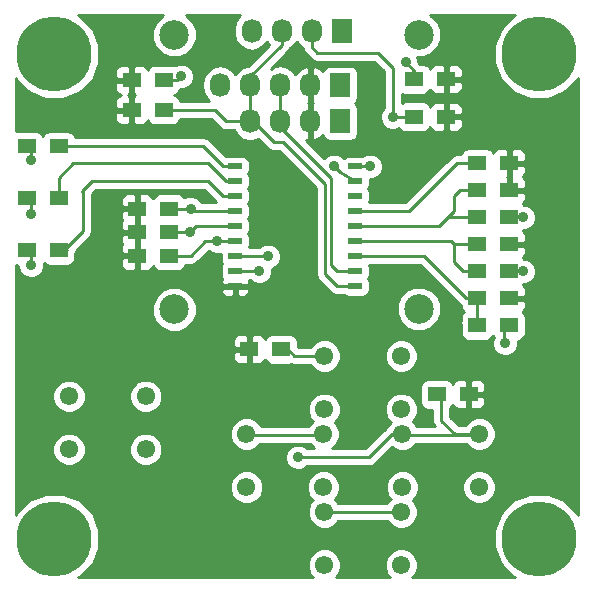
<source format=gtl>
G04 #@! TF.FileFunction,Copper,L1,Top,Signal*
%FSLAX46Y46*%
G04 Gerber Fmt 4.6, Leading zero omitted, Abs format (unit mm)*
G04 Created by KiCad (PCBNEW (after 2015-mar-04 BZR unknown)-product) date 7/16/2015 5:07:47 PM*
%MOMM*%
G01*
G04 APERTURE LIST*
%ADD10C,0.150000*%
%ADD11C,6.350000*%
%ADD12C,2.500000*%
%ADD13R,1.500000X1.300000*%
%ADD14R,1.727200X2.032000*%
%ADD15O,1.727200X2.032000*%
%ADD16C,1.549400*%
%ADD17R,1.143000X0.508000*%
%ADD18C,0.889000*%
%ADD19C,0.254000*%
G04 APERTURE END LIST*
D10*
D11*
X140000000Y-110000000D03*
X99000000Y-110000000D03*
X140000000Y-69000000D03*
X99000000Y-69000000D03*
D12*
X129850000Y-90550000D03*
X109150000Y-90600000D03*
X129850000Y-67350000D03*
X109150000Y-67350000D03*
D13*
X132160000Y-71120000D03*
X129460000Y-71120000D03*
X132160000Y-74295000D03*
X129460000Y-74295000D03*
D14*
X123190000Y-71628000D03*
D15*
X120650000Y-71628000D03*
X118110000Y-71628000D03*
X115570000Y-71628000D03*
X113030000Y-71628000D03*
D14*
X123310000Y-67000000D03*
D15*
X120770000Y-67000000D03*
X118230000Y-67000000D03*
X115690000Y-67000000D03*
D13*
X137494000Y-78232000D03*
X134794000Y-78232000D03*
X137494000Y-80518000D03*
X134794000Y-80518000D03*
X137494000Y-85090000D03*
X134794000Y-85090000D03*
X137494000Y-89662000D03*
X134794000Y-89662000D03*
X105534000Y-71180000D03*
X108234000Y-71180000D03*
X105534000Y-73720000D03*
X108234000Y-73720000D03*
X99350000Y-85600000D03*
X96650000Y-85600000D03*
X99350000Y-81200000D03*
X96650000Y-81200000D03*
X99350000Y-76800000D03*
X96650000Y-76800000D03*
X105990000Y-82070000D03*
X108690000Y-82070000D03*
X105990000Y-84070000D03*
X108690000Y-84070000D03*
X105990000Y-86070000D03*
X108690000Y-86070000D03*
X115490000Y-93980000D03*
X118190000Y-93980000D03*
X134065000Y-97790000D03*
X131365000Y-97790000D03*
X134794000Y-82804000D03*
X137494000Y-82804000D03*
X134794000Y-87376000D03*
X137494000Y-87376000D03*
X134794000Y-91948000D03*
X137494000Y-91948000D03*
D16*
X128448800Y-101149560D03*
X128448800Y-105650440D03*
X134951200Y-101149560D03*
X134951200Y-105650440D03*
X121848800Y-94549560D03*
X121848800Y-99050440D03*
X128351200Y-94549560D03*
X128351200Y-99050440D03*
X121848800Y-107749560D03*
X121848800Y-112250440D03*
X128351200Y-107749560D03*
X128351200Y-112250440D03*
X115248800Y-101149560D03*
X115248800Y-105650440D03*
X121751200Y-101149560D03*
X121751200Y-105650440D03*
X100224800Y-97949560D03*
X100224800Y-102450440D03*
X106727200Y-97949560D03*
X106727200Y-102450440D03*
D17*
X114300000Y-88646000D03*
X114300000Y-87376000D03*
X114300000Y-83566000D03*
X114300000Y-82296000D03*
X124460000Y-88646000D03*
X124460000Y-87376000D03*
X124460000Y-86106000D03*
X124460000Y-84836000D03*
X124460000Y-83566000D03*
X124460000Y-82296000D03*
X124460000Y-81026000D03*
X124460000Y-79756000D03*
X124460000Y-78486000D03*
X114300000Y-78486000D03*
X114300000Y-79756000D03*
X114300000Y-81026000D03*
X114300000Y-84836000D03*
X114300000Y-86106000D03*
D14*
X123190000Y-74676000D03*
D15*
X120650000Y-74676000D03*
X118110000Y-74676000D03*
X115570000Y-74676000D03*
D18*
X125730000Y-78486000D03*
X137160000Y-93472000D03*
X138684000Y-87376000D03*
X138684000Y-82804000D03*
X109728000Y-70866000D03*
X97028000Y-77978000D03*
X97028000Y-82550000D03*
X97028000Y-86868000D03*
X110518000Y-82070000D03*
X110490000Y-84074000D03*
X112776000Y-84836000D03*
X117094000Y-86106000D03*
X116332000Y-87376000D03*
X119634000Y-103124000D03*
X128727200Y-69646800D03*
X127635000Y-74295000D03*
X122682000Y-78486000D03*
D19*
X124460000Y-83566000D02*
X131572000Y-83566000D01*
X131572000Y-83566000D02*
X132842000Y-82296000D01*
X133350000Y-80518000D02*
X134794000Y-80518000D01*
X132842000Y-81026000D02*
X133350000Y-80518000D01*
X132842000Y-82296000D02*
X132842000Y-81026000D01*
X132334000Y-82804000D02*
X134794000Y-82804000D01*
X131572000Y-83566000D02*
X132334000Y-82804000D01*
X134794000Y-87376000D02*
X133604000Y-87376000D01*
X132842000Y-86614000D02*
X132842000Y-85090000D01*
X133604000Y-87376000D02*
X132842000Y-86614000D01*
X124460000Y-84836000D02*
X132588000Y-84836000D01*
X132842000Y-85090000D02*
X134794000Y-85090000D01*
X132588000Y-84836000D02*
X132842000Y-85090000D01*
X134941500Y-85340000D02*
X135191500Y-85090000D01*
X134794000Y-89662000D02*
X133858000Y-89662000D01*
X130302000Y-86106000D02*
X124460000Y-86106000D01*
X133858000Y-89662000D02*
X130302000Y-86106000D01*
X134794000Y-91948000D02*
X134794000Y-89662000D01*
X135191500Y-89662000D02*
X134112000Y-89662000D01*
X134366000Y-91948000D02*
X134112000Y-91694000D01*
X135191500Y-91948000D02*
X134366000Y-91948000D01*
X124460000Y-78486000D02*
X125730000Y-78486000D01*
X137096500Y-93408500D02*
X137160000Y-93472000D01*
X137096500Y-91948000D02*
X137096500Y-93408500D01*
X137494000Y-87376000D02*
X138684000Y-87376000D01*
X137494000Y-82804000D02*
X138684000Y-82804000D01*
X124460000Y-88646000D02*
X122936000Y-88646000D01*
X121919998Y-87629998D02*
X121919998Y-80009998D01*
X122936000Y-88646000D02*
X121919998Y-87629998D01*
X118364000Y-76454000D02*
X117602000Y-76454000D01*
X121919998Y-80009998D02*
X118364000Y-76454000D01*
X115570000Y-74676000D02*
X113538000Y-74676000D01*
X112582000Y-73720000D02*
X108234000Y-73720000D01*
X113538000Y-74676000D02*
X112582000Y-73720000D01*
X115570000Y-74676000D02*
X115824000Y-74676000D01*
X115824000Y-74676000D02*
X117602000Y-76454000D01*
X115570000Y-74676000D02*
X115570000Y-71628000D01*
X115570000Y-71628000D02*
X115570000Y-70866000D01*
X115570000Y-70866000D02*
X118230000Y-68206000D01*
X118230000Y-68206000D02*
X118230000Y-67000000D01*
X115925600Y-74676000D02*
X115570000Y-74676000D01*
X115570000Y-74676000D02*
X115671600Y-74676000D01*
X115570000Y-74676000D02*
X115773200Y-74676000D01*
X124460000Y-87376000D02*
X122936000Y-87376000D01*
X122428000Y-86868000D02*
X122428000Y-79502000D01*
X122936000Y-87376000D02*
X122428000Y-86868000D01*
X122428000Y-79502000D02*
X118110000Y-75184000D01*
X118110000Y-75184000D02*
X118110000Y-74676000D01*
X118110000Y-74676000D02*
X118110000Y-75184000D01*
X108234000Y-71180000D02*
X109414000Y-71180000D01*
X109414000Y-71180000D02*
X109728000Y-70866000D01*
X118110000Y-74676000D02*
X118110000Y-71628000D01*
X118200000Y-74586000D02*
X118110000Y-74676000D01*
X118110000Y-75438000D02*
X118110000Y-74676000D01*
X118110000Y-71628000D02*
X118110000Y-70764400D01*
X134065000Y-97790000D02*
X134065000Y-97235000D01*
X97047500Y-77958500D02*
X97047500Y-76800000D01*
X97028000Y-77978000D02*
X97047500Y-77958500D01*
X97047500Y-81200000D02*
X97047500Y-82530500D01*
X97047500Y-82530500D02*
X97028000Y-82550000D01*
X97047500Y-86848500D02*
X97047500Y-85600000D01*
X97028000Y-86868000D02*
X97047500Y-86848500D01*
X124460000Y-82296000D02*
X129032000Y-82296000D01*
X133096000Y-78232000D02*
X134794000Y-78232000D01*
X129032000Y-82296000D02*
X133096000Y-78232000D01*
X114300000Y-78486000D02*
X113284000Y-78486000D01*
X111598000Y-76800000D02*
X99350000Y-76800000D01*
X113284000Y-78486000D02*
X111598000Y-76800000D01*
X114300000Y-79756000D02*
X113538000Y-79756000D01*
X99350000Y-79466000D02*
X99350000Y-81200000D01*
X100584000Y-78232000D02*
X99350000Y-79466000D01*
X112014000Y-78232000D02*
X100584000Y-78232000D01*
X113538000Y-79756000D02*
X112014000Y-78232000D01*
X100000000Y-81200000D02*
X98952500Y-81200000D01*
X100074000Y-85600000D02*
X99350000Y-85600000D01*
X114300000Y-81026000D02*
X113284000Y-81026000D01*
X101359212Y-80559212D02*
X101359212Y-80640788D01*
X102162424Y-79756000D02*
X101359212Y-80559212D01*
X112014000Y-79756000D02*
X102162424Y-79756000D01*
X113284000Y-81026000D02*
X112014000Y-79756000D01*
X101359212Y-80640788D02*
X101400000Y-80600000D01*
X101400000Y-80600000D02*
X101400000Y-84000000D01*
X98952500Y-85600000D02*
X99800000Y-85600000D01*
X99800000Y-85600000D02*
X101400000Y-84000000D01*
X114300000Y-82296000D02*
X110744000Y-82296000D01*
X110744000Y-82296000D02*
X110518000Y-82070000D01*
X110518000Y-82070000D02*
X108690000Y-82070000D01*
X110744000Y-82296000D02*
X110518000Y-82070000D01*
X114300000Y-83566000D02*
X110998000Y-83566000D01*
X110998000Y-83566000D02*
X110490000Y-84074000D01*
X108690000Y-84070000D02*
X110486000Y-84070000D01*
X110486000Y-84070000D02*
X110490000Y-84074000D01*
X115348800Y-101249560D02*
X121851200Y-101249560D01*
X114300000Y-84836000D02*
X112776000Y-84836000D01*
X114300000Y-84836000D02*
X111760000Y-84836000D01*
X110526000Y-86070000D02*
X108690000Y-86070000D01*
X111760000Y-84836000D02*
X110526000Y-86070000D01*
X121848800Y-107749560D02*
X128351200Y-107749560D01*
X114300000Y-86106000D02*
X117094000Y-86106000D01*
X117792500Y-93980000D02*
X118745000Y-93980000D01*
X119314560Y-94549560D02*
X121848800Y-94549560D01*
X118745000Y-93980000D02*
X119314560Y-94549560D01*
X114300000Y-87376000D02*
X116332000Y-87376000D01*
X128448800Y-101149560D02*
X127565560Y-101149560D01*
X127565560Y-101149560D02*
X125591120Y-103124000D01*
X125591120Y-103124000D02*
X119634000Y-103124000D01*
X131762500Y-97790000D02*
X131762500Y-100012500D01*
X132899560Y-101149560D02*
X134951200Y-101149560D01*
X131762500Y-100012500D02*
X132899560Y-101149560D01*
X128348800Y-101249560D02*
X134851200Y-101249560D01*
X129460000Y-70379600D02*
X128727200Y-69646800D01*
X129460000Y-71120000D02*
X129460000Y-70379600D01*
X127635000Y-74295000D02*
X129460000Y-74295000D01*
X121259600Y-68884800D02*
X126390400Y-68884800D01*
X126390400Y-68884800D02*
X127635000Y-70129400D01*
X127635000Y-70129400D02*
X127635000Y-74295000D01*
X120770000Y-68395200D02*
X121259600Y-68884800D01*
X120770000Y-67000000D02*
X120770000Y-68395200D01*
X122682000Y-78486000D02*
X123186000Y-78990000D01*
X123186000Y-78990000D02*
X124460000Y-79756000D01*
G36*
X143290000Y-107985376D02*
X143231844Y-107844628D01*
X142161009Y-106771923D01*
X140761181Y-106190663D01*
X139245469Y-106189340D01*
X137844628Y-106768156D01*
X136771923Y-107838991D01*
X136361145Y-108828253D01*
X136361145Y-105371263D01*
X136361145Y-100870383D01*
X136146983Y-100352072D01*
X135750774Y-99955171D01*
X135450000Y-99830278D01*
X135450000Y-98566310D01*
X135450000Y-98313691D01*
X135450000Y-98075750D01*
X135450000Y-97504250D01*
X135450000Y-97266309D01*
X135450000Y-97013690D01*
X135353327Y-96780301D01*
X135174698Y-96601673D01*
X134941309Y-96505000D01*
X134350750Y-96505000D01*
X134192000Y-96663750D01*
X134192000Y-97663000D01*
X135291250Y-97663000D01*
X135450000Y-97504250D01*
X135450000Y-98075750D01*
X135291250Y-97917000D01*
X134192000Y-97917000D01*
X134192000Y-98916250D01*
X134350750Y-99075000D01*
X134941309Y-99075000D01*
X135174698Y-98978327D01*
X135353327Y-98799699D01*
X135450000Y-98566310D01*
X135450000Y-99830278D01*
X135232837Y-99740105D01*
X134672023Y-99739615D01*
X134153712Y-99953777D01*
X133756811Y-100349986D01*
X133741208Y-100387560D01*
X133215190Y-100387560D01*
X132524500Y-99696869D01*
X132524500Y-98930513D01*
X132569927Y-98900673D01*
X132712377Y-98689640D01*
X132718479Y-98659208D01*
X132776673Y-98799699D01*
X132955302Y-98978327D01*
X133188691Y-99075000D01*
X133779250Y-99075000D01*
X133938000Y-98916250D01*
X133938000Y-97917000D01*
X133918000Y-97917000D01*
X133918000Y-97663000D01*
X133938000Y-97663000D01*
X133938000Y-96663750D01*
X133779250Y-96505000D01*
X133188691Y-96505000D01*
X132955302Y-96601673D01*
X132776673Y-96780301D01*
X132719453Y-96918442D01*
X132715463Y-96897877D01*
X132575673Y-96685073D01*
X132364640Y-96542623D01*
X132115000Y-96492560D01*
X131735326Y-96492560D01*
X131735326Y-90176695D01*
X131448957Y-89483628D01*
X130919161Y-88952907D01*
X130226595Y-88665328D01*
X129476695Y-88664674D01*
X128783628Y-88951043D01*
X128252907Y-89480839D01*
X127965328Y-90173405D01*
X127964674Y-90923305D01*
X128251043Y-91616372D01*
X128780839Y-92147093D01*
X129473405Y-92434672D01*
X130223305Y-92435326D01*
X130916372Y-92148957D01*
X131447093Y-91619161D01*
X131734672Y-90926595D01*
X131735326Y-90176695D01*
X131735326Y-96492560D01*
X130615000Y-96492560D01*
X130372877Y-96539537D01*
X130160073Y-96679327D01*
X130017623Y-96890360D01*
X129967560Y-97140000D01*
X129967560Y-98440000D01*
X130014537Y-98682123D01*
X130154327Y-98894927D01*
X130365360Y-99037377D01*
X130615000Y-99087440D01*
X131000500Y-99087440D01*
X131000500Y-100012500D01*
X131058504Y-100304105D01*
X131181085Y-100487560D01*
X129700565Y-100487560D01*
X129644583Y-100352072D01*
X129344143Y-100051108D01*
X129545589Y-99850014D01*
X129760655Y-99332077D01*
X129761145Y-98771263D01*
X129761145Y-94270383D01*
X129546983Y-93752072D01*
X129150774Y-93355171D01*
X128632837Y-93140105D01*
X128072023Y-93139615D01*
X127553712Y-93353777D01*
X127156811Y-93749986D01*
X126941745Y-94267923D01*
X126941255Y-94828737D01*
X127155417Y-95347048D01*
X127551626Y-95743949D01*
X128069563Y-95959015D01*
X128630377Y-95959505D01*
X129148688Y-95745343D01*
X129545589Y-95349134D01*
X129760655Y-94831197D01*
X129761145Y-94270383D01*
X129761145Y-98771263D01*
X129546983Y-98252952D01*
X129150774Y-97856051D01*
X128632837Y-97640985D01*
X128072023Y-97640495D01*
X127553712Y-97854657D01*
X127156811Y-98250866D01*
X126941745Y-98768803D01*
X126941255Y-99329617D01*
X127155417Y-99847928D01*
X127455856Y-100148891D01*
X127254411Y-100349986D01*
X127191979Y-100500338D01*
X127191978Y-100500339D01*
X127026745Y-100610745D01*
X125275490Y-102362000D01*
X122508375Y-102362000D01*
X122548688Y-102345343D01*
X122945589Y-101949134D01*
X123160655Y-101431197D01*
X123161145Y-100870383D01*
X122946983Y-100352072D01*
X122743973Y-100148707D01*
X123043189Y-99850014D01*
X123258255Y-99332077D01*
X123258745Y-98771263D01*
X123258745Y-94270383D01*
X123044583Y-93752072D01*
X122648374Y-93355171D01*
X122130437Y-93140105D01*
X121569623Y-93139615D01*
X121051312Y-93353777D01*
X120654411Y-93749986D01*
X120638808Y-93787560D01*
X119630190Y-93787560D01*
X119587440Y-93744809D01*
X119587440Y-93330000D01*
X119540463Y-93087877D01*
X119400673Y-92875073D01*
X119189640Y-92732623D01*
X118940000Y-92682560D01*
X117440000Y-92682560D01*
X117197877Y-92729537D01*
X116985073Y-92869327D01*
X116842623Y-93080360D01*
X116836520Y-93110791D01*
X116778327Y-92970301D01*
X116599698Y-92791673D01*
X116366309Y-92695000D01*
X115775750Y-92695000D01*
X115617000Y-92853750D01*
X115617000Y-93853000D01*
X115637000Y-93853000D01*
X115637000Y-94107000D01*
X115617000Y-94107000D01*
X115617000Y-95106250D01*
X115775750Y-95265000D01*
X116366309Y-95265000D01*
X116599698Y-95168327D01*
X116778327Y-94989699D01*
X116835546Y-94851557D01*
X116839537Y-94872123D01*
X116979327Y-95084927D01*
X117190360Y-95227377D01*
X117440000Y-95277440D01*
X118940000Y-95277440D01*
X119042777Y-95257498D01*
X119314560Y-95311560D01*
X120638353Y-95311560D01*
X120653017Y-95347048D01*
X121049226Y-95743949D01*
X121567163Y-95959015D01*
X122127977Y-95959505D01*
X122646288Y-95745343D01*
X123043189Y-95349134D01*
X123258255Y-94831197D01*
X123258745Y-94270383D01*
X123258745Y-98771263D01*
X123044583Y-98252952D01*
X122648374Y-97856051D01*
X122130437Y-97640985D01*
X121569623Y-97640495D01*
X121051312Y-97854657D01*
X120654411Y-98250866D01*
X120439345Y-98768803D01*
X120438855Y-99329617D01*
X120653017Y-99847928D01*
X120856026Y-100051292D01*
X120556811Y-100349986D01*
X120499685Y-100487560D01*
X116500565Y-100487560D01*
X116444583Y-100352072D01*
X116048374Y-99955171D01*
X115530437Y-99740105D01*
X115506500Y-99740084D01*
X115506500Y-89026309D01*
X115506500Y-88931750D01*
X115347750Y-88773000D01*
X114427000Y-88773000D01*
X114427000Y-89376250D01*
X114585750Y-89535000D01*
X114745191Y-89535000D01*
X114997810Y-89535000D01*
X115231199Y-89438327D01*
X115409827Y-89259698D01*
X115506500Y-89026309D01*
X115506500Y-99740084D01*
X115363000Y-99739958D01*
X115363000Y-95106250D01*
X115363000Y-94107000D01*
X115363000Y-93853000D01*
X115363000Y-92853750D01*
X115204250Y-92695000D01*
X114613691Y-92695000D01*
X114380302Y-92791673D01*
X114201673Y-92970301D01*
X114173000Y-93039523D01*
X114173000Y-89376250D01*
X114173000Y-88773000D01*
X113252250Y-88773000D01*
X113093500Y-88931750D01*
X113093500Y-89026309D01*
X113190173Y-89259698D01*
X113368801Y-89438327D01*
X113602190Y-89535000D01*
X113854809Y-89535000D01*
X114014250Y-89535000D01*
X114173000Y-89376250D01*
X114173000Y-93039523D01*
X114105000Y-93203690D01*
X114105000Y-93456309D01*
X114105000Y-93694250D01*
X114263750Y-93853000D01*
X115363000Y-93853000D01*
X115363000Y-94107000D01*
X114263750Y-94107000D01*
X114105000Y-94265750D01*
X114105000Y-94503691D01*
X114105000Y-94756310D01*
X114201673Y-94989699D01*
X114380302Y-95168327D01*
X114613691Y-95265000D01*
X115204250Y-95265000D01*
X115363000Y-95106250D01*
X115363000Y-99739958D01*
X114969623Y-99739615D01*
X114451312Y-99953777D01*
X114054411Y-100349986D01*
X113839345Y-100867923D01*
X113838855Y-101428737D01*
X114053017Y-101947048D01*
X114449226Y-102343949D01*
X114967163Y-102559015D01*
X115527977Y-102559505D01*
X116046288Y-102345343D01*
X116380653Y-102011560D01*
X120619816Y-102011560D01*
X120951626Y-102343949D01*
X120995097Y-102362000D01*
X120398641Y-102362000D01*
X120246286Y-102209378D01*
X119849668Y-102044687D01*
X119420216Y-102044313D01*
X119023311Y-102208311D01*
X118719378Y-102511714D01*
X118554687Y-102908332D01*
X118554313Y-103337784D01*
X118718311Y-103734689D01*
X119021714Y-104038622D01*
X119418332Y-104203313D01*
X119847784Y-104203687D01*
X120244689Y-104039689D01*
X120398646Y-103886000D01*
X125591120Y-103886000D01*
X125591120Y-103885999D01*
X125882724Y-103827996D01*
X125882725Y-103827996D01*
X126129935Y-103662815D01*
X127549100Y-102243649D01*
X127649226Y-102343949D01*
X128167163Y-102559015D01*
X128727977Y-102559505D01*
X129246288Y-102345343D01*
X129580653Y-102011560D01*
X133819816Y-102011560D01*
X134151626Y-102343949D01*
X134669563Y-102559015D01*
X135230377Y-102559505D01*
X135748688Y-102345343D01*
X136145589Y-101949134D01*
X136360655Y-101431197D01*
X136361145Y-100870383D01*
X136361145Y-105371263D01*
X136146983Y-104852952D01*
X135750774Y-104456051D01*
X135232837Y-104240985D01*
X134672023Y-104240495D01*
X134153712Y-104454657D01*
X133756811Y-104850866D01*
X133541745Y-105368803D01*
X133541255Y-105929617D01*
X133755417Y-106447928D01*
X134151626Y-106844829D01*
X134669563Y-107059895D01*
X135230377Y-107060385D01*
X135748688Y-106846223D01*
X136145589Y-106450014D01*
X136360655Y-105932077D01*
X136361145Y-105371263D01*
X136361145Y-108828253D01*
X136190663Y-109238819D01*
X136189340Y-110754531D01*
X136768156Y-112155372D01*
X137838991Y-113228077D01*
X137988117Y-113290000D01*
X129858745Y-113290000D01*
X129858745Y-105371263D01*
X129644583Y-104852952D01*
X129248374Y-104456051D01*
X128730437Y-104240985D01*
X128169623Y-104240495D01*
X127651312Y-104454657D01*
X127254411Y-104850866D01*
X127039345Y-105368803D01*
X127038855Y-105929617D01*
X127253017Y-106447928D01*
X127456026Y-106651292D01*
X127156811Y-106949986D01*
X127141208Y-106987560D01*
X123059246Y-106987560D01*
X123044583Y-106952072D01*
X122744143Y-106651108D01*
X122945589Y-106450014D01*
X123160655Y-105932077D01*
X123161145Y-105371263D01*
X122946983Y-104852952D01*
X122550774Y-104456051D01*
X122032837Y-104240985D01*
X121472023Y-104240495D01*
X120953712Y-104454657D01*
X120556811Y-104850866D01*
X120341745Y-105368803D01*
X120341255Y-105929617D01*
X120555417Y-106447928D01*
X120855856Y-106748891D01*
X120654411Y-106949986D01*
X120439345Y-107467923D01*
X120438855Y-108028737D01*
X120653017Y-108547048D01*
X121049226Y-108943949D01*
X121567163Y-109159015D01*
X122127977Y-109159505D01*
X122646288Y-108945343D01*
X123043189Y-108549134D01*
X123058791Y-108511560D01*
X127140753Y-108511560D01*
X127155417Y-108547048D01*
X127551626Y-108943949D01*
X128069563Y-109159015D01*
X128630377Y-109159505D01*
X129148688Y-108945343D01*
X129545589Y-108549134D01*
X129760655Y-108031197D01*
X129761145Y-107470383D01*
X129546983Y-106952072D01*
X129343973Y-106748707D01*
X129643189Y-106450014D01*
X129858255Y-105932077D01*
X129858745Y-105371263D01*
X129858745Y-113290000D01*
X129305183Y-113290000D01*
X129545589Y-113050014D01*
X129760655Y-112532077D01*
X129761145Y-111971263D01*
X129546983Y-111452952D01*
X129150774Y-111056051D01*
X128632837Y-110840985D01*
X128072023Y-110840495D01*
X127553712Y-111054657D01*
X127156811Y-111450866D01*
X126941745Y-111968803D01*
X126941255Y-112529617D01*
X127155417Y-113047928D01*
X127397066Y-113290000D01*
X122802783Y-113290000D01*
X123043189Y-113050014D01*
X123258255Y-112532077D01*
X123258745Y-111971263D01*
X123044583Y-111452952D01*
X122648374Y-111056051D01*
X122130437Y-110840985D01*
X121569623Y-110840495D01*
X121051312Y-111054657D01*
X120654411Y-111450866D01*
X120439345Y-111968803D01*
X120438855Y-112529617D01*
X120653017Y-113047928D01*
X120894666Y-113290000D01*
X116658745Y-113290000D01*
X116658745Y-105371263D01*
X116444583Y-104852952D01*
X116048374Y-104456051D01*
X115530437Y-104240985D01*
X114969623Y-104240495D01*
X114451312Y-104454657D01*
X114054411Y-104850866D01*
X113839345Y-105368803D01*
X113838855Y-105929617D01*
X114053017Y-106447928D01*
X114449226Y-106844829D01*
X114967163Y-107059895D01*
X115527977Y-107060385D01*
X116046288Y-106846223D01*
X116443189Y-106450014D01*
X116658255Y-105932077D01*
X116658745Y-105371263D01*
X116658745Y-113290000D01*
X111035326Y-113290000D01*
X111035326Y-90226695D01*
X110748957Y-89533628D01*
X110219161Y-89002907D01*
X109526595Y-88715328D01*
X108776695Y-88714674D01*
X108083628Y-89001043D01*
X107552907Y-89530839D01*
X107265328Y-90223405D01*
X107264674Y-90973305D01*
X107551043Y-91666372D01*
X108080839Y-92197093D01*
X108773405Y-92484672D01*
X109523305Y-92485326D01*
X110216372Y-92198957D01*
X110747093Y-91669161D01*
X111034672Y-90976595D01*
X111035326Y-90226695D01*
X111035326Y-113290000D01*
X108137145Y-113290000D01*
X108137145Y-102171263D01*
X108137145Y-97670383D01*
X107922983Y-97152072D01*
X107526774Y-96755171D01*
X107008837Y-96540105D01*
X106448023Y-96539615D01*
X105929712Y-96753777D01*
X105863000Y-96820372D01*
X105863000Y-87196250D01*
X105863000Y-86197000D01*
X105863000Y-85943000D01*
X105863000Y-85196250D01*
X105863000Y-84943750D01*
X105863000Y-84197000D01*
X105863000Y-83943000D01*
X105863000Y-83196250D01*
X105863000Y-82943750D01*
X105863000Y-82197000D01*
X105863000Y-81943000D01*
X105863000Y-80943750D01*
X105704250Y-80785000D01*
X105113691Y-80785000D01*
X104880302Y-80881673D01*
X104701673Y-81060301D01*
X104605000Y-81293690D01*
X104605000Y-81546309D01*
X104605000Y-81784250D01*
X104763750Y-81943000D01*
X105863000Y-81943000D01*
X105863000Y-82197000D01*
X104763750Y-82197000D01*
X104605000Y-82355750D01*
X104605000Y-82593691D01*
X104605000Y-82846310D01*
X104697655Y-83070000D01*
X104605000Y-83293690D01*
X104605000Y-83546309D01*
X104605000Y-83784250D01*
X104763750Y-83943000D01*
X105863000Y-83943000D01*
X105863000Y-84197000D01*
X104763750Y-84197000D01*
X104605000Y-84355750D01*
X104605000Y-84593691D01*
X104605000Y-84846310D01*
X104697655Y-85070000D01*
X104605000Y-85293690D01*
X104605000Y-85546309D01*
X104605000Y-85784250D01*
X104763750Y-85943000D01*
X105863000Y-85943000D01*
X105863000Y-86197000D01*
X104763750Y-86197000D01*
X104605000Y-86355750D01*
X104605000Y-86593691D01*
X104605000Y-86846310D01*
X104701673Y-87079699D01*
X104880302Y-87258327D01*
X105113691Y-87355000D01*
X105704250Y-87355000D01*
X105863000Y-87196250D01*
X105863000Y-96820372D01*
X105532811Y-97149986D01*
X105317745Y-97667923D01*
X105317255Y-98228737D01*
X105531417Y-98747048D01*
X105927626Y-99143949D01*
X106445563Y-99359015D01*
X107006377Y-99359505D01*
X107524688Y-99145343D01*
X107921589Y-98749134D01*
X108136655Y-98231197D01*
X108137145Y-97670383D01*
X108137145Y-102171263D01*
X107922983Y-101652952D01*
X107526774Y-101256051D01*
X107008837Y-101040985D01*
X106448023Y-101040495D01*
X105929712Y-101254657D01*
X105532811Y-101650866D01*
X105317745Y-102168803D01*
X105317255Y-102729617D01*
X105531417Y-103247928D01*
X105927626Y-103644829D01*
X106445563Y-103859895D01*
X107006377Y-103860385D01*
X107524688Y-103646223D01*
X107921589Y-103250014D01*
X108136655Y-102732077D01*
X108137145Y-102171263D01*
X108137145Y-113290000D01*
X101014623Y-113290000D01*
X101155372Y-113231844D01*
X102228077Y-112161009D01*
X102809337Y-110761181D01*
X102810660Y-109245469D01*
X102231844Y-107844628D01*
X101634745Y-107246486D01*
X101634745Y-102171263D01*
X101634745Y-97670383D01*
X101420583Y-97152072D01*
X101024374Y-96755171D01*
X100506437Y-96540105D01*
X99945623Y-96539615D01*
X99427312Y-96753777D01*
X99030411Y-97149986D01*
X98815345Y-97667923D01*
X98814855Y-98228737D01*
X99029017Y-98747048D01*
X99425226Y-99143949D01*
X99943163Y-99359015D01*
X100503977Y-99359505D01*
X101022288Y-99145343D01*
X101419189Y-98749134D01*
X101634255Y-98231197D01*
X101634745Y-97670383D01*
X101634745Y-102171263D01*
X101420583Y-101652952D01*
X101024374Y-101256051D01*
X100506437Y-101040985D01*
X99945623Y-101040495D01*
X99427312Y-101254657D01*
X99030411Y-101650866D01*
X98815345Y-102168803D01*
X98814855Y-102729617D01*
X99029017Y-103247928D01*
X99425226Y-103644829D01*
X99943163Y-103859895D01*
X100503977Y-103860385D01*
X101022288Y-103646223D01*
X101419189Y-103250014D01*
X101634255Y-102732077D01*
X101634745Y-102171263D01*
X101634745Y-107246486D01*
X101161009Y-106771923D01*
X99761181Y-106190663D01*
X98245469Y-106189340D01*
X96844628Y-106768156D01*
X95771923Y-107838991D01*
X95710000Y-107988117D01*
X95710000Y-86859337D01*
X95900000Y-86897440D01*
X95948473Y-86897440D01*
X95948313Y-87081784D01*
X96112311Y-87478689D01*
X96415714Y-87782622D01*
X96812332Y-87947313D01*
X97241784Y-87947687D01*
X97638689Y-87783689D01*
X97942622Y-87480286D01*
X98107313Y-87083668D01*
X98107684Y-86656757D01*
X98139327Y-86704927D01*
X98350360Y-86847377D01*
X98600000Y-86897440D01*
X100100000Y-86897440D01*
X100342123Y-86850463D01*
X100554927Y-86710673D01*
X100697377Y-86499640D01*
X100747440Y-86250000D01*
X100747440Y-85937335D01*
X100777996Y-85891605D01*
X100825663Y-85651967D01*
X101938815Y-84538815D01*
X101938816Y-84538815D01*
X102037834Y-84390623D01*
X102103996Y-84291605D01*
X102103996Y-84291604D01*
X102162000Y-84000000D01*
X102162000Y-80834054D01*
X102478054Y-80518000D01*
X111698369Y-80518000D01*
X112714369Y-81534000D01*
X111464549Y-81534000D01*
X111433689Y-81459311D01*
X111130286Y-81155378D01*
X110733668Y-80990687D01*
X110304216Y-80990313D01*
X109999862Y-81116069D01*
X109900673Y-80965073D01*
X109689640Y-80822623D01*
X109440000Y-80772560D01*
X107940000Y-80772560D01*
X107697877Y-80819537D01*
X107485073Y-80959327D01*
X107342623Y-81170360D01*
X107336520Y-81200791D01*
X107278327Y-81060301D01*
X107099698Y-80881673D01*
X106866309Y-80785000D01*
X106275750Y-80785000D01*
X106117000Y-80943750D01*
X106117000Y-81943000D01*
X106137000Y-81943000D01*
X106137000Y-82197000D01*
X106117000Y-82197000D01*
X106117000Y-82943750D01*
X106117000Y-83196250D01*
X106117000Y-83943000D01*
X106137000Y-83943000D01*
X106137000Y-84197000D01*
X106117000Y-84197000D01*
X106117000Y-84943750D01*
X106117000Y-85196250D01*
X106117000Y-85943000D01*
X106137000Y-85943000D01*
X106137000Y-86197000D01*
X106117000Y-86197000D01*
X106117000Y-87196250D01*
X106275750Y-87355000D01*
X106866309Y-87355000D01*
X107099698Y-87258327D01*
X107278327Y-87079699D01*
X107335546Y-86941557D01*
X107339537Y-86962123D01*
X107479327Y-87174927D01*
X107690360Y-87317377D01*
X107940000Y-87367440D01*
X109440000Y-87367440D01*
X109682123Y-87320463D01*
X109894927Y-87180673D01*
X110037377Y-86969640D01*
X110064979Y-86832000D01*
X110526000Y-86832000D01*
X110526000Y-86831999D01*
X110817604Y-86773996D01*
X110817605Y-86773996D01*
X111064815Y-86608815D01*
X112043466Y-85630164D01*
X112163714Y-85750622D01*
X112560332Y-85915313D01*
X112989784Y-85915687D01*
X113081060Y-85877972D01*
X113081060Y-86360000D01*
X113128037Y-86602123D01*
X113219525Y-86741396D01*
X113131123Y-86872360D01*
X113081060Y-87122000D01*
X113081060Y-87630000D01*
X113128037Y-87872123D01*
X113216176Y-88006298D01*
X113190173Y-88032302D01*
X113093500Y-88265691D01*
X113093500Y-88360250D01*
X113252250Y-88519000D01*
X114173000Y-88519000D01*
X114173000Y-88499000D01*
X114427000Y-88499000D01*
X114427000Y-88519000D01*
X115347750Y-88519000D01*
X115506500Y-88360250D01*
X115506500Y-88265691D01*
X115453608Y-88138000D01*
X115567358Y-88138000D01*
X115719714Y-88290622D01*
X116116332Y-88455313D01*
X116545784Y-88455687D01*
X116942689Y-88291689D01*
X117246622Y-87988286D01*
X117411313Y-87591668D01*
X117411687Y-87162216D01*
X117404818Y-87145593D01*
X117704689Y-87021689D01*
X118008622Y-86718286D01*
X118173313Y-86321668D01*
X118173687Y-85892216D01*
X118009689Y-85495311D01*
X117706286Y-85191378D01*
X117309668Y-85026687D01*
X116880216Y-85026313D01*
X116483311Y-85190311D01*
X116329353Y-85344000D01*
X115465933Y-85344000D01*
X115468877Y-85339640D01*
X115518940Y-85090000D01*
X115518940Y-84582000D01*
X115471963Y-84339877D01*
X115380474Y-84200603D01*
X115468877Y-84069640D01*
X115518940Y-83820000D01*
X115518940Y-83312000D01*
X115471963Y-83069877D01*
X115380474Y-82930603D01*
X115468877Y-82799640D01*
X115518940Y-82550000D01*
X115518940Y-82042000D01*
X115471963Y-81799877D01*
X115380474Y-81660603D01*
X115468877Y-81529640D01*
X115518940Y-81280000D01*
X115518940Y-80772000D01*
X115471963Y-80529877D01*
X115380474Y-80390603D01*
X115468877Y-80259640D01*
X115518940Y-80010000D01*
X115518940Y-79502000D01*
X115471963Y-79259877D01*
X115380474Y-79120603D01*
X115468877Y-78989640D01*
X115518940Y-78740000D01*
X115518940Y-78232000D01*
X115471963Y-77989877D01*
X115332173Y-77777073D01*
X115121140Y-77634623D01*
X114871500Y-77584560D01*
X113728500Y-77584560D01*
X113503788Y-77628158D01*
X112136815Y-76261185D01*
X111889605Y-76096004D01*
X111598000Y-76038000D01*
X105407000Y-76038000D01*
X105407000Y-74846250D01*
X105407000Y-73847000D01*
X105407000Y-73593000D01*
X105407000Y-72593750D01*
X105263250Y-72450000D01*
X105407000Y-72306250D01*
X105407000Y-71307000D01*
X105407000Y-71053000D01*
X105407000Y-70053750D01*
X105248250Y-69895000D01*
X104657691Y-69895000D01*
X104424302Y-69991673D01*
X104245673Y-70170301D01*
X104149000Y-70403690D01*
X104149000Y-70656309D01*
X104149000Y-70894250D01*
X104307750Y-71053000D01*
X105407000Y-71053000D01*
X105407000Y-71307000D01*
X104307750Y-71307000D01*
X104149000Y-71465750D01*
X104149000Y-71703691D01*
X104149000Y-71956310D01*
X104245673Y-72189699D01*
X104424302Y-72368327D01*
X104621477Y-72450000D01*
X104424302Y-72531673D01*
X104245673Y-72710301D01*
X104149000Y-72943690D01*
X104149000Y-73196309D01*
X104149000Y-73434250D01*
X104307750Y-73593000D01*
X105407000Y-73593000D01*
X105407000Y-73847000D01*
X104307750Y-73847000D01*
X104149000Y-74005750D01*
X104149000Y-74243691D01*
X104149000Y-74496310D01*
X104245673Y-74729699D01*
X104424302Y-74908327D01*
X104657691Y-75005000D01*
X105248250Y-75005000D01*
X105407000Y-74846250D01*
X105407000Y-76038000D01*
X100725709Y-76038000D01*
X100700463Y-75907877D01*
X100560673Y-75695073D01*
X100349640Y-75552623D01*
X100100000Y-75502560D01*
X98600000Y-75502560D01*
X98357877Y-75549537D01*
X98145073Y-75689327D01*
X98002623Y-75900360D01*
X98000783Y-75909530D01*
X98000463Y-75907877D01*
X97860673Y-75695073D01*
X97649640Y-75552623D01*
X97400000Y-75502560D01*
X95900000Y-75502560D01*
X95710000Y-75539424D01*
X95710000Y-71014623D01*
X95768156Y-71155372D01*
X96838991Y-72228077D01*
X98238819Y-72809337D01*
X99754531Y-72810660D01*
X101155372Y-72231844D01*
X102228077Y-71161009D01*
X102809337Y-69761181D01*
X102810660Y-68245469D01*
X102231844Y-66844628D01*
X101161009Y-65771923D01*
X101011882Y-65710000D01*
X108182959Y-65710000D01*
X108083628Y-65751043D01*
X107552907Y-66280839D01*
X107265328Y-66973405D01*
X107264674Y-67723305D01*
X107551043Y-68416372D01*
X108080839Y-68947093D01*
X108773405Y-69234672D01*
X109523305Y-69235326D01*
X110216372Y-68948957D01*
X110747093Y-68419161D01*
X111034672Y-67726595D01*
X111035326Y-66976695D01*
X110748957Y-66283628D01*
X110219161Y-65752907D01*
X110115829Y-65710000D01*
X114698552Y-65710000D01*
X114630330Y-65755585D01*
X114305474Y-66241766D01*
X114191400Y-66815255D01*
X114191400Y-67184745D01*
X114305474Y-67758234D01*
X114630330Y-68244415D01*
X115116511Y-68569271D01*
X115690000Y-68683345D01*
X116263489Y-68569271D01*
X116749670Y-68244415D01*
X116960000Y-67929634D01*
X117147749Y-68210620D01*
X115374909Y-69983460D01*
X114996511Y-70058729D01*
X114510330Y-70383585D01*
X114300000Y-70698365D01*
X114089670Y-70383585D01*
X113603489Y-70058729D01*
X113030000Y-69944655D01*
X112456511Y-70058729D01*
X111970330Y-70383585D01*
X111645474Y-70869766D01*
X111531400Y-71443255D01*
X111531400Y-71812745D01*
X111645474Y-72386234D01*
X111970330Y-72872415D01*
X112098416Y-72958000D01*
X109609709Y-72958000D01*
X109584463Y-72827877D01*
X109444673Y-72615073D01*
X109233640Y-72472623D01*
X109123090Y-72450453D01*
X109226123Y-72430463D01*
X109438927Y-72290673D01*
X109581377Y-72079640D01*
X109608298Y-71945396D01*
X109941784Y-71945687D01*
X110338689Y-71781689D01*
X110642622Y-71478286D01*
X110807313Y-71081668D01*
X110807687Y-70652216D01*
X110643689Y-70255311D01*
X110340286Y-69951378D01*
X109943668Y-69786687D01*
X109514216Y-69786313D01*
X109184142Y-69922696D01*
X108984000Y-69882560D01*
X107484000Y-69882560D01*
X107241877Y-69929537D01*
X107029073Y-70069327D01*
X106886623Y-70280360D01*
X106880520Y-70310791D01*
X106822327Y-70170301D01*
X106643698Y-69991673D01*
X106410309Y-69895000D01*
X105819750Y-69895000D01*
X105661000Y-70053750D01*
X105661000Y-71053000D01*
X105681000Y-71053000D01*
X105681000Y-71307000D01*
X105661000Y-71307000D01*
X105661000Y-72306250D01*
X105804750Y-72450000D01*
X105661000Y-72593750D01*
X105661000Y-73593000D01*
X105681000Y-73593000D01*
X105681000Y-73847000D01*
X105661000Y-73847000D01*
X105661000Y-74846250D01*
X105819750Y-75005000D01*
X106410309Y-75005000D01*
X106643698Y-74908327D01*
X106822327Y-74729699D01*
X106879546Y-74591557D01*
X106883537Y-74612123D01*
X107023327Y-74824927D01*
X107234360Y-74967377D01*
X107484000Y-75017440D01*
X108984000Y-75017440D01*
X109226123Y-74970463D01*
X109438927Y-74830673D01*
X109581377Y-74619640D01*
X109608979Y-74482000D01*
X112266370Y-74482000D01*
X112999185Y-75214815D01*
X113246395Y-75379996D01*
X113538000Y-75438000D01*
X114187990Y-75438000D01*
X114510330Y-75920415D01*
X114996511Y-76245271D01*
X115570000Y-76359345D01*
X116143489Y-76245271D01*
X116246686Y-76176316D01*
X117063185Y-76992816D01*
X117211376Y-77091834D01*
X117310395Y-77157996D01*
X117310396Y-77157996D01*
X117602000Y-77216000D01*
X118048369Y-77216000D01*
X121157998Y-80325628D01*
X121157998Y-87629998D01*
X121216002Y-87921603D01*
X121381183Y-88168813D01*
X122397185Y-89184816D01*
X122545376Y-89283834D01*
X122644395Y-89349996D01*
X122644396Y-89349996D01*
X122936000Y-89408000D01*
X123506452Y-89408000D01*
X123638860Y-89497377D01*
X123888500Y-89547440D01*
X125031500Y-89547440D01*
X125273623Y-89500463D01*
X125486427Y-89360673D01*
X125628877Y-89149640D01*
X125678940Y-88900000D01*
X125678940Y-88392000D01*
X125631963Y-88149877D01*
X125540474Y-88010603D01*
X125628877Y-87879640D01*
X125678940Y-87630000D01*
X125678940Y-87122000D01*
X125631963Y-86879877D01*
X125624161Y-86868000D01*
X129986369Y-86868000D01*
X133319184Y-90200815D01*
X133319185Y-90200815D01*
X133396560Y-90252515D01*
X133396560Y-90312000D01*
X133443537Y-90554123D01*
X133583327Y-90766927D01*
X133639017Y-90804518D01*
X133589073Y-90837327D01*
X133446623Y-91048360D01*
X133396560Y-91298000D01*
X133396560Y-91459929D01*
X133350001Y-91694000D01*
X133396560Y-91928070D01*
X133396560Y-92598000D01*
X133443537Y-92840123D01*
X133583327Y-93052927D01*
X133794360Y-93195377D01*
X134044000Y-93245440D01*
X135544000Y-93245440D01*
X135786123Y-93198463D01*
X135998927Y-93058673D01*
X136141377Y-92847640D01*
X136143216Y-92838469D01*
X136143537Y-92840123D01*
X136210919Y-92942699D01*
X136080687Y-93256332D01*
X136080313Y-93685784D01*
X136244311Y-94082689D01*
X136547714Y-94386622D01*
X136944332Y-94551313D01*
X137373784Y-94551687D01*
X137770689Y-94387689D01*
X138074622Y-94084286D01*
X138239313Y-93687668D01*
X138239687Y-93258216D01*
X138234408Y-93245440D01*
X138244000Y-93245440D01*
X138486123Y-93198463D01*
X138698927Y-93058673D01*
X138841377Y-92847640D01*
X138891440Y-92598000D01*
X138891440Y-91298000D01*
X138844463Y-91055877D01*
X138704673Y-90843073D01*
X138648720Y-90805304D01*
X138782327Y-90671699D01*
X138879000Y-90438310D01*
X138879000Y-90185691D01*
X138879000Y-89947750D01*
X138720250Y-89789000D01*
X137621000Y-89789000D01*
X137621000Y-89809000D01*
X137367000Y-89809000D01*
X137367000Y-89789000D01*
X137347000Y-89789000D01*
X137347000Y-89535000D01*
X137367000Y-89535000D01*
X137367000Y-89515000D01*
X137621000Y-89515000D01*
X137621000Y-89535000D01*
X138720250Y-89535000D01*
X138879000Y-89376250D01*
X138879000Y-89138309D01*
X138879000Y-88885690D01*
X138782327Y-88652301D01*
X138649298Y-88519273D01*
X138698927Y-88486673D01*
X138719947Y-88455532D01*
X138897784Y-88455687D01*
X139294689Y-88291689D01*
X139598622Y-87988286D01*
X139763313Y-87591668D01*
X139763687Y-87162216D01*
X139599689Y-86765311D01*
X139296286Y-86461378D01*
X138899668Y-86296687D01*
X138721396Y-86296531D01*
X138704673Y-86271073D01*
X138648720Y-86233304D01*
X138782327Y-86099699D01*
X138879000Y-85866310D01*
X138879000Y-85613691D01*
X138879000Y-85375750D01*
X138720250Y-85217000D01*
X137621000Y-85217000D01*
X137621000Y-85237000D01*
X137367000Y-85237000D01*
X137367000Y-85217000D01*
X137347000Y-85217000D01*
X137347000Y-84963000D01*
X137367000Y-84963000D01*
X137367000Y-84943000D01*
X137621000Y-84943000D01*
X137621000Y-84963000D01*
X138720250Y-84963000D01*
X138879000Y-84804250D01*
X138879000Y-84566309D01*
X138879000Y-84313690D01*
X138782327Y-84080301D01*
X138649298Y-83947273D01*
X138698927Y-83914673D01*
X138719947Y-83883532D01*
X138897784Y-83883687D01*
X139294689Y-83719689D01*
X139598622Y-83416286D01*
X139763313Y-83019668D01*
X139763687Y-82590216D01*
X139599689Y-82193311D01*
X139296286Y-81889378D01*
X138899668Y-81724687D01*
X138721396Y-81724531D01*
X138704673Y-81699073D01*
X138648720Y-81661304D01*
X138782327Y-81527699D01*
X138879000Y-81294310D01*
X138879000Y-81041691D01*
X138879000Y-80803750D01*
X138879000Y-80232250D01*
X138879000Y-79994309D01*
X138879000Y-79741690D01*
X138782327Y-79508301D01*
X138649025Y-79375000D01*
X138782327Y-79241699D01*
X138879000Y-79008310D01*
X138879000Y-78755691D01*
X138879000Y-78517750D01*
X138879000Y-77946250D01*
X138879000Y-77708309D01*
X138879000Y-77455690D01*
X138782327Y-77222301D01*
X138603698Y-77043673D01*
X138370309Y-76947000D01*
X137779750Y-76947000D01*
X137621000Y-77105750D01*
X137621000Y-78105000D01*
X138720250Y-78105000D01*
X138879000Y-77946250D01*
X138879000Y-78517750D01*
X138720250Y-78359000D01*
X137621000Y-78359000D01*
X137621000Y-79358250D01*
X137637750Y-79375000D01*
X137621000Y-79391750D01*
X137621000Y-80391000D01*
X138720250Y-80391000D01*
X138879000Y-80232250D01*
X138879000Y-80803750D01*
X138720250Y-80645000D01*
X137621000Y-80645000D01*
X137621000Y-80665000D01*
X137367000Y-80665000D01*
X137367000Y-80645000D01*
X137347000Y-80645000D01*
X137347000Y-80391000D01*
X137367000Y-80391000D01*
X137367000Y-79391750D01*
X137350250Y-79375000D01*
X137367000Y-79358250D01*
X137367000Y-78359000D01*
X137347000Y-78359000D01*
X137347000Y-78105000D01*
X137367000Y-78105000D01*
X137367000Y-77105750D01*
X137208250Y-76947000D01*
X136617691Y-76947000D01*
X136384302Y-77043673D01*
X136205673Y-77222301D01*
X136148453Y-77360442D01*
X136144463Y-77339877D01*
X136004673Y-77127073D01*
X135793640Y-76984623D01*
X135544000Y-76934560D01*
X134044000Y-76934560D01*
X133801877Y-76981537D01*
X133589073Y-77121327D01*
X133545000Y-77186619D01*
X133545000Y-75071310D01*
X133545000Y-74818691D01*
X133545000Y-74580750D01*
X133545000Y-74009250D01*
X133545000Y-73771309D01*
X133545000Y-73518690D01*
X133545000Y-71896310D01*
X133545000Y-71643691D01*
X133545000Y-71405750D01*
X133545000Y-70834250D01*
X133545000Y-70596309D01*
X133545000Y-70343690D01*
X133448327Y-70110301D01*
X133269698Y-69931673D01*
X133036309Y-69835000D01*
X132445750Y-69835000D01*
X132287000Y-69993750D01*
X132287000Y-70993000D01*
X133386250Y-70993000D01*
X133545000Y-70834250D01*
X133545000Y-71405750D01*
X133386250Y-71247000D01*
X132287000Y-71247000D01*
X132287000Y-72246250D01*
X132445750Y-72405000D01*
X133036309Y-72405000D01*
X133269698Y-72308327D01*
X133448327Y-72129699D01*
X133545000Y-71896310D01*
X133545000Y-73518690D01*
X133448327Y-73285301D01*
X133269698Y-73106673D01*
X133036309Y-73010000D01*
X132445750Y-73010000D01*
X132287000Y-73168750D01*
X132287000Y-74168000D01*
X133386250Y-74168000D01*
X133545000Y-74009250D01*
X133545000Y-74580750D01*
X133386250Y-74422000D01*
X132287000Y-74422000D01*
X132287000Y-75421250D01*
X132445750Y-75580000D01*
X133036309Y-75580000D01*
X133269698Y-75483327D01*
X133448327Y-75304699D01*
X133545000Y-75071310D01*
X133545000Y-77186619D01*
X133446623Y-77332360D01*
X133419020Y-77470000D01*
X133096000Y-77470000D01*
X132804395Y-77528004D01*
X132557185Y-77693185D01*
X128716370Y-81534000D01*
X125625933Y-81534000D01*
X125628877Y-81529640D01*
X125678940Y-81280000D01*
X125678940Y-80772000D01*
X125631963Y-80529877D01*
X125540474Y-80390603D01*
X125628877Y-80259640D01*
X125678940Y-80010000D01*
X125678940Y-79565456D01*
X125943784Y-79565687D01*
X126340689Y-79401689D01*
X126644622Y-79098286D01*
X126809313Y-78701668D01*
X126809687Y-78272216D01*
X126645689Y-77875311D01*
X126342286Y-77571378D01*
X125945668Y-77406687D01*
X125516216Y-77406313D01*
X125119311Y-77570311D01*
X125092735Y-77596840D01*
X125031500Y-77584560D01*
X124701040Y-77584560D01*
X124701040Y-75692000D01*
X124701040Y-73660000D01*
X124654063Y-73417877D01*
X124514273Y-73205073D01*
X124436058Y-73152277D01*
X124508527Y-73104673D01*
X124650977Y-72893640D01*
X124701040Y-72644000D01*
X124701040Y-70612000D01*
X124654063Y-70369877D01*
X124514273Y-70157073D01*
X124303240Y-70014623D01*
X124053600Y-69964560D01*
X122326400Y-69964560D01*
X122084277Y-70011537D01*
X121871473Y-70151327D01*
X121729023Y-70362360D01*
X121710516Y-70454645D01*
X121552036Y-70277268D01*
X121024791Y-70023291D01*
X121009026Y-70020642D01*
X120777000Y-70141783D01*
X120777000Y-71501000D01*
X120797000Y-71501000D01*
X120797000Y-71755000D01*
X120777000Y-71755000D01*
X120777000Y-73114217D01*
X120849367Y-73152000D01*
X120777000Y-73189783D01*
X120777000Y-74549000D01*
X120797000Y-74549000D01*
X120797000Y-74803000D01*
X120777000Y-74803000D01*
X120777000Y-76162217D01*
X121009026Y-76283358D01*
X121024791Y-76280709D01*
X121552036Y-76026732D01*
X121709673Y-75850298D01*
X121725937Y-75934123D01*
X121865727Y-76146927D01*
X122076760Y-76289377D01*
X122326400Y-76339440D01*
X124053600Y-76339440D01*
X124295723Y-76292463D01*
X124508527Y-76152673D01*
X124650977Y-75941640D01*
X124701040Y-75692000D01*
X124701040Y-77584560D01*
X123888500Y-77584560D01*
X123646377Y-77631537D01*
X123469999Y-77747398D01*
X123294286Y-77571378D01*
X122897668Y-77406687D01*
X122468216Y-77406313D01*
X122071311Y-77570311D01*
X121822408Y-77818778D01*
X120286182Y-76282552D01*
X120290974Y-76283358D01*
X120523000Y-76162217D01*
X120523000Y-74803000D01*
X120503000Y-74803000D01*
X120503000Y-74549000D01*
X120523000Y-74549000D01*
X120523000Y-73189783D01*
X120450632Y-73152000D01*
X120523000Y-73114217D01*
X120523000Y-71755000D01*
X120503000Y-71755000D01*
X120503000Y-71501000D01*
X120523000Y-71501000D01*
X120523000Y-70141783D01*
X120290974Y-70020642D01*
X120275209Y-70023291D01*
X119747964Y-70277268D01*
X119376460Y-70693069D01*
X119169670Y-70383585D01*
X118683489Y-70058729D01*
X118110000Y-69944655D01*
X117536511Y-70058729D01*
X117290565Y-70223064D01*
X118768815Y-68744815D01*
X118933996Y-68497605D01*
X118937559Y-68479687D01*
X118937560Y-68479687D01*
X119289670Y-68244415D01*
X119500000Y-67929634D01*
X119710330Y-68244415D01*
X120019036Y-68450686D01*
X120019037Y-68450687D01*
X120066004Y-68686805D01*
X120231185Y-68934015D01*
X120720785Y-69423615D01*
X120967995Y-69588796D01*
X120967996Y-69588796D01*
X121259600Y-69646800D01*
X126074769Y-69646800D01*
X126873000Y-70445030D01*
X126873000Y-73530358D01*
X126720378Y-73682714D01*
X126555687Y-74079332D01*
X126555313Y-74508784D01*
X126719311Y-74905689D01*
X127022714Y-75209622D01*
X127419332Y-75374313D01*
X127848784Y-75374687D01*
X128150778Y-75249905D01*
X128249327Y-75399927D01*
X128460360Y-75542377D01*
X128710000Y-75592440D01*
X130210000Y-75592440D01*
X130452123Y-75545463D01*
X130664927Y-75405673D01*
X130807377Y-75194640D01*
X130813479Y-75164208D01*
X130871673Y-75304699D01*
X131050302Y-75483327D01*
X131283691Y-75580000D01*
X131874250Y-75580000D01*
X132033000Y-75421250D01*
X132033000Y-74422000D01*
X132013000Y-74422000D01*
X132013000Y-74168000D01*
X132033000Y-74168000D01*
X132033000Y-73168750D01*
X131874250Y-73010000D01*
X131283691Y-73010000D01*
X131050302Y-73106673D01*
X130871673Y-73285301D01*
X130814453Y-73423442D01*
X130810463Y-73402877D01*
X130670673Y-73190073D01*
X130459640Y-73047623D01*
X130210000Y-72997560D01*
X128710000Y-72997560D01*
X128467877Y-73044537D01*
X128397000Y-73091095D01*
X128397000Y-72324608D01*
X128460360Y-72367377D01*
X128710000Y-72417440D01*
X130210000Y-72417440D01*
X130452123Y-72370463D01*
X130664927Y-72230673D01*
X130807377Y-72019640D01*
X130813479Y-71989208D01*
X130871673Y-72129699D01*
X131050302Y-72308327D01*
X131283691Y-72405000D01*
X131874250Y-72405000D01*
X132033000Y-72246250D01*
X132033000Y-71247000D01*
X132013000Y-71247000D01*
X132013000Y-70993000D01*
X132033000Y-70993000D01*
X132033000Y-69993750D01*
X131874250Y-69835000D01*
X131283691Y-69835000D01*
X131050302Y-69931673D01*
X130871673Y-70110301D01*
X130814453Y-70248442D01*
X130810463Y-70227877D01*
X130670673Y-70015073D01*
X130459640Y-69872623D01*
X130210000Y-69822560D01*
X129980590Y-69822560D01*
X129806699Y-69648668D01*
X129806887Y-69433016D01*
X129725023Y-69234891D01*
X130223305Y-69235326D01*
X130916372Y-68948957D01*
X131447093Y-68419161D01*
X131734672Y-67726595D01*
X131735326Y-66976695D01*
X131448957Y-66283628D01*
X130919161Y-65752907D01*
X130815829Y-65710000D01*
X137985376Y-65710000D01*
X137844628Y-65768156D01*
X136771923Y-66838991D01*
X136190663Y-68238819D01*
X136189340Y-69754531D01*
X136768156Y-71155372D01*
X137838991Y-72228077D01*
X139238819Y-72809337D01*
X140754531Y-72810660D01*
X142155372Y-72231844D01*
X143228077Y-71161009D01*
X143290000Y-71011882D01*
X143290000Y-107985376D01*
X143290000Y-107985376D01*
G37*
X143290000Y-107985376D02*
X143231844Y-107844628D01*
X142161009Y-106771923D01*
X140761181Y-106190663D01*
X139245469Y-106189340D01*
X137844628Y-106768156D01*
X136771923Y-107838991D01*
X136361145Y-108828253D01*
X136361145Y-105371263D01*
X136361145Y-100870383D01*
X136146983Y-100352072D01*
X135750774Y-99955171D01*
X135450000Y-99830278D01*
X135450000Y-98566310D01*
X135450000Y-98313691D01*
X135450000Y-98075750D01*
X135450000Y-97504250D01*
X135450000Y-97266309D01*
X135450000Y-97013690D01*
X135353327Y-96780301D01*
X135174698Y-96601673D01*
X134941309Y-96505000D01*
X134350750Y-96505000D01*
X134192000Y-96663750D01*
X134192000Y-97663000D01*
X135291250Y-97663000D01*
X135450000Y-97504250D01*
X135450000Y-98075750D01*
X135291250Y-97917000D01*
X134192000Y-97917000D01*
X134192000Y-98916250D01*
X134350750Y-99075000D01*
X134941309Y-99075000D01*
X135174698Y-98978327D01*
X135353327Y-98799699D01*
X135450000Y-98566310D01*
X135450000Y-99830278D01*
X135232837Y-99740105D01*
X134672023Y-99739615D01*
X134153712Y-99953777D01*
X133756811Y-100349986D01*
X133741208Y-100387560D01*
X133215190Y-100387560D01*
X132524500Y-99696869D01*
X132524500Y-98930513D01*
X132569927Y-98900673D01*
X132712377Y-98689640D01*
X132718479Y-98659208D01*
X132776673Y-98799699D01*
X132955302Y-98978327D01*
X133188691Y-99075000D01*
X133779250Y-99075000D01*
X133938000Y-98916250D01*
X133938000Y-97917000D01*
X133918000Y-97917000D01*
X133918000Y-97663000D01*
X133938000Y-97663000D01*
X133938000Y-96663750D01*
X133779250Y-96505000D01*
X133188691Y-96505000D01*
X132955302Y-96601673D01*
X132776673Y-96780301D01*
X132719453Y-96918442D01*
X132715463Y-96897877D01*
X132575673Y-96685073D01*
X132364640Y-96542623D01*
X132115000Y-96492560D01*
X131735326Y-96492560D01*
X131735326Y-90176695D01*
X131448957Y-89483628D01*
X130919161Y-88952907D01*
X130226595Y-88665328D01*
X129476695Y-88664674D01*
X128783628Y-88951043D01*
X128252907Y-89480839D01*
X127965328Y-90173405D01*
X127964674Y-90923305D01*
X128251043Y-91616372D01*
X128780839Y-92147093D01*
X129473405Y-92434672D01*
X130223305Y-92435326D01*
X130916372Y-92148957D01*
X131447093Y-91619161D01*
X131734672Y-90926595D01*
X131735326Y-90176695D01*
X131735326Y-96492560D01*
X130615000Y-96492560D01*
X130372877Y-96539537D01*
X130160073Y-96679327D01*
X130017623Y-96890360D01*
X129967560Y-97140000D01*
X129967560Y-98440000D01*
X130014537Y-98682123D01*
X130154327Y-98894927D01*
X130365360Y-99037377D01*
X130615000Y-99087440D01*
X131000500Y-99087440D01*
X131000500Y-100012500D01*
X131058504Y-100304105D01*
X131181085Y-100487560D01*
X129700565Y-100487560D01*
X129644583Y-100352072D01*
X129344143Y-100051108D01*
X129545589Y-99850014D01*
X129760655Y-99332077D01*
X129761145Y-98771263D01*
X129761145Y-94270383D01*
X129546983Y-93752072D01*
X129150774Y-93355171D01*
X128632837Y-93140105D01*
X128072023Y-93139615D01*
X127553712Y-93353777D01*
X127156811Y-93749986D01*
X126941745Y-94267923D01*
X126941255Y-94828737D01*
X127155417Y-95347048D01*
X127551626Y-95743949D01*
X128069563Y-95959015D01*
X128630377Y-95959505D01*
X129148688Y-95745343D01*
X129545589Y-95349134D01*
X129760655Y-94831197D01*
X129761145Y-94270383D01*
X129761145Y-98771263D01*
X129546983Y-98252952D01*
X129150774Y-97856051D01*
X128632837Y-97640985D01*
X128072023Y-97640495D01*
X127553712Y-97854657D01*
X127156811Y-98250866D01*
X126941745Y-98768803D01*
X126941255Y-99329617D01*
X127155417Y-99847928D01*
X127455856Y-100148891D01*
X127254411Y-100349986D01*
X127191979Y-100500338D01*
X127191978Y-100500339D01*
X127026745Y-100610745D01*
X125275490Y-102362000D01*
X122508375Y-102362000D01*
X122548688Y-102345343D01*
X122945589Y-101949134D01*
X123160655Y-101431197D01*
X123161145Y-100870383D01*
X122946983Y-100352072D01*
X122743973Y-100148707D01*
X123043189Y-99850014D01*
X123258255Y-99332077D01*
X123258745Y-98771263D01*
X123258745Y-94270383D01*
X123044583Y-93752072D01*
X122648374Y-93355171D01*
X122130437Y-93140105D01*
X121569623Y-93139615D01*
X121051312Y-93353777D01*
X120654411Y-93749986D01*
X120638808Y-93787560D01*
X119630190Y-93787560D01*
X119587440Y-93744809D01*
X119587440Y-93330000D01*
X119540463Y-93087877D01*
X119400673Y-92875073D01*
X119189640Y-92732623D01*
X118940000Y-92682560D01*
X117440000Y-92682560D01*
X117197877Y-92729537D01*
X116985073Y-92869327D01*
X116842623Y-93080360D01*
X116836520Y-93110791D01*
X116778327Y-92970301D01*
X116599698Y-92791673D01*
X116366309Y-92695000D01*
X115775750Y-92695000D01*
X115617000Y-92853750D01*
X115617000Y-93853000D01*
X115637000Y-93853000D01*
X115637000Y-94107000D01*
X115617000Y-94107000D01*
X115617000Y-95106250D01*
X115775750Y-95265000D01*
X116366309Y-95265000D01*
X116599698Y-95168327D01*
X116778327Y-94989699D01*
X116835546Y-94851557D01*
X116839537Y-94872123D01*
X116979327Y-95084927D01*
X117190360Y-95227377D01*
X117440000Y-95277440D01*
X118940000Y-95277440D01*
X119042777Y-95257498D01*
X119314560Y-95311560D01*
X120638353Y-95311560D01*
X120653017Y-95347048D01*
X121049226Y-95743949D01*
X121567163Y-95959015D01*
X122127977Y-95959505D01*
X122646288Y-95745343D01*
X123043189Y-95349134D01*
X123258255Y-94831197D01*
X123258745Y-94270383D01*
X123258745Y-98771263D01*
X123044583Y-98252952D01*
X122648374Y-97856051D01*
X122130437Y-97640985D01*
X121569623Y-97640495D01*
X121051312Y-97854657D01*
X120654411Y-98250866D01*
X120439345Y-98768803D01*
X120438855Y-99329617D01*
X120653017Y-99847928D01*
X120856026Y-100051292D01*
X120556811Y-100349986D01*
X120499685Y-100487560D01*
X116500565Y-100487560D01*
X116444583Y-100352072D01*
X116048374Y-99955171D01*
X115530437Y-99740105D01*
X115506500Y-99740084D01*
X115506500Y-89026309D01*
X115506500Y-88931750D01*
X115347750Y-88773000D01*
X114427000Y-88773000D01*
X114427000Y-89376250D01*
X114585750Y-89535000D01*
X114745191Y-89535000D01*
X114997810Y-89535000D01*
X115231199Y-89438327D01*
X115409827Y-89259698D01*
X115506500Y-89026309D01*
X115506500Y-99740084D01*
X115363000Y-99739958D01*
X115363000Y-95106250D01*
X115363000Y-94107000D01*
X115363000Y-93853000D01*
X115363000Y-92853750D01*
X115204250Y-92695000D01*
X114613691Y-92695000D01*
X114380302Y-92791673D01*
X114201673Y-92970301D01*
X114173000Y-93039523D01*
X114173000Y-89376250D01*
X114173000Y-88773000D01*
X113252250Y-88773000D01*
X113093500Y-88931750D01*
X113093500Y-89026309D01*
X113190173Y-89259698D01*
X113368801Y-89438327D01*
X113602190Y-89535000D01*
X113854809Y-89535000D01*
X114014250Y-89535000D01*
X114173000Y-89376250D01*
X114173000Y-93039523D01*
X114105000Y-93203690D01*
X114105000Y-93456309D01*
X114105000Y-93694250D01*
X114263750Y-93853000D01*
X115363000Y-93853000D01*
X115363000Y-94107000D01*
X114263750Y-94107000D01*
X114105000Y-94265750D01*
X114105000Y-94503691D01*
X114105000Y-94756310D01*
X114201673Y-94989699D01*
X114380302Y-95168327D01*
X114613691Y-95265000D01*
X115204250Y-95265000D01*
X115363000Y-95106250D01*
X115363000Y-99739958D01*
X114969623Y-99739615D01*
X114451312Y-99953777D01*
X114054411Y-100349986D01*
X113839345Y-100867923D01*
X113838855Y-101428737D01*
X114053017Y-101947048D01*
X114449226Y-102343949D01*
X114967163Y-102559015D01*
X115527977Y-102559505D01*
X116046288Y-102345343D01*
X116380653Y-102011560D01*
X120619816Y-102011560D01*
X120951626Y-102343949D01*
X120995097Y-102362000D01*
X120398641Y-102362000D01*
X120246286Y-102209378D01*
X119849668Y-102044687D01*
X119420216Y-102044313D01*
X119023311Y-102208311D01*
X118719378Y-102511714D01*
X118554687Y-102908332D01*
X118554313Y-103337784D01*
X118718311Y-103734689D01*
X119021714Y-104038622D01*
X119418332Y-104203313D01*
X119847784Y-104203687D01*
X120244689Y-104039689D01*
X120398646Y-103886000D01*
X125591120Y-103886000D01*
X125591120Y-103885999D01*
X125882724Y-103827996D01*
X125882725Y-103827996D01*
X126129935Y-103662815D01*
X127549100Y-102243649D01*
X127649226Y-102343949D01*
X128167163Y-102559015D01*
X128727977Y-102559505D01*
X129246288Y-102345343D01*
X129580653Y-102011560D01*
X133819816Y-102011560D01*
X134151626Y-102343949D01*
X134669563Y-102559015D01*
X135230377Y-102559505D01*
X135748688Y-102345343D01*
X136145589Y-101949134D01*
X136360655Y-101431197D01*
X136361145Y-100870383D01*
X136361145Y-105371263D01*
X136146983Y-104852952D01*
X135750774Y-104456051D01*
X135232837Y-104240985D01*
X134672023Y-104240495D01*
X134153712Y-104454657D01*
X133756811Y-104850866D01*
X133541745Y-105368803D01*
X133541255Y-105929617D01*
X133755417Y-106447928D01*
X134151626Y-106844829D01*
X134669563Y-107059895D01*
X135230377Y-107060385D01*
X135748688Y-106846223D01*
X136145589Y-106450014D01*
X136360655Y-105932077D01*
X136361145Y-105371263D01*
X136361145Y-108828253D01*
X136190663Y-109238819D01*
X136189340Y-110754531D01*
X136768156Y-112155372D01*
X137838991Y-113228077D01*
X137988117Y-113290000D01*
X129858745Y-113290000D01*
X129858745Y-105371263D01*
X129644583Y-104852952D01*
X129248374Y-104456051D01*
X128730437Y-104240985D01*
X128169623Y-104240495D01*
X127651312Y-104454657D01*
X127254411Y-104850866D01*
X127039345Y-105368803D01*
X127038855Y-105929617D01*
X127253017Y-106447928D01*
X127456026Y-106651292D01*
X127156811Y-106949986D01*
X127141208Y-106987560D01*
X123059246Y-106987560D01*
X123044583Y-106952072D01*
X122744143Y-106651108D01*
X122945589Y-106450014D01*
X123160655Y-105932077D01*
X123161145Y-105371263D01*
X122946983Y-104852952D01*
X122550774Y-104456051D01*
X122032837Y-104240985D01*
X121472023Y-104240495D01*
X120953712Y-104454657D01*
X120556811Y-104850866D01*
X120341745Y-105368803D01*
X120341255Y-105929617D01*
X120555417Y-106447928D01*
X120855856Y-106748891D01*
X120654411Y-106949986D01*
X120439345Y-107467923D01*
X120438855Y-108028737D01*
X120653017Y-108547048D01*
X121049226Y-108943949D01*
X121567163Y-109159015D01*
X122127977Y-109159505D01*
X122646288Y-108945343D01*
X123043189Y-108549134D01*
X123058791Y-108511560D01*
X127140753Y-108511560D01*
X127155417Y-108547048D01*
X127551626Y-108943949D01*
X128069563Y-109159015D01*
X128630377Y-109159505D01*
X129148688Y-108945343D01*
X129545589Y-108549134D01*
X129760655Y-108031197D01*
X129761145Y-107470383D01*
X129546983Y-106952072D01*
X129343973Y-106748707D01*
X129643189Y-106450014D01*
X129858255Y-105932077D01*
X129858745Y-105371263D01*
X129858745Y-113290000D01*
X129305183Y-113290000D01*
X129545589Y-113050014D01*
X129760655Y-112532077D01*
X129761145Y-111971263D01*
X129546983Y-111452952D01*
X129150774Y-111056051D01*
X128632837Y-110840985D01*
X128072023Y-110840495D01*
X127553712Y-111054657D01*
X127156811Y-111450866D01*
X126941745Y-111968803D01*
X126941255Y-112529617D01*
X127155417Y-113047928D01*
X127397066Y-113290000D01*
X122802783Y-113290000D01*
X123043189Y-113050014D01*
X123258255Y-112532077D01*
X123258745Y-111971263D01*
X123044583Y-111452952D01*
X122648374Y-111056051D01*
X122130437Y-110840985D01*
X121569623Y-110840495D01*
X121051312Y-111054657D01*
X120654411Y-111450866D01*
X120439345Y-111968803D01*
X120438855Y-112529617D01*
X120653017Y-113047928D01*
X120894666Y-113290000D01*
X116658745Y-113290000D01*
X116658745Y-105371263D01*
X116444583Y-104852952D01*
X116048374Y-104456051D01*
X115530437Y-104240985D01*
X114969623Y-104240495D01*
X114451312Y-104454657D01*
X114054411Y-104850866D01*
X113839345Y-105368803D01*
X113838855Y-105929617D01*
X114053017Y-106447928D01*
X114449226Y-106844829D01*
X114967163Y-107059895D01*
X115527977Y-107060385D01*
X116046288Y-106846223D01*
X116443189Y-106450014D01*
X116658255Y-105932077D01*
X116658745Y-105371263D01*
X116658745Y-113290000D01*
X111035326Y-113290000D01*
X111035326Y-90226695D01*
X110748957Y-89533628D01*
X110219161Y-89002907D01*
X109526595Y-88715328D01*
X108776695Y-88714674D01*
X108083628Y-89001043D01*
X107552907Y-89530839D01*
X107265328Y-90223405D01*
X107264674Y-90973305D01*
X107551043Y-91666372D01*
X108080839Y-92197093D01*
X108773405Y-92484672D01*
X109523305Y-92485326D01*
X110216372Y-92198957D01*
X110747093Y-91669161D01*
X111034672Y-90976595D01*
X111035326Y-90226695D01*
X111035326Y-113290000D01*
X108137145Y-113290000D01*
X108137145Y-102171263D01*
X108137145Y-97670383D01*
X107922983Y-97152072D01*
X107526774Y-96755171D01*
X107008837Y-96540105D01*
X106448023Y-96539615D01*
X105929712Y-96753777D01*
X105863000Y-96820372D01*
X105863000Y-87196250D01*
X105863000Y-86197000D01*
X105863000Y-85943000D01*
X105863000Y-85196250D01*
X105863000Y-84943750D01*
X105863000Y-84197000D01*
X105863000Y-83943000D01*
X105863000Y-83196250D01*
X105863000Y-82943750D01*
X105863000Y-82197000D01*
X105863000Y-81943000D01*
X105863000Y-80943750D01*
X105704250Y-80785000D01*
X105113691Y-80785000D01*
X104880302Y-80881673D01*
X104701673Y-81060301D01*
X104605000Y-81293690D01*
X104605000Y-81546309D01*
X104605000Y-81784250D01*
X104763750Y-81943000D01*
X105863000Y-81943000D01*
X105863000Y-82197000D01*
X104763750Y-82197000D01*
X104605000Y-82355750D01*
X104605000Y-82593691D01*
X104605000Y-82846310D01*
X104697655Y-83070000D01*
X104605000Y-83293690D01*
X104605000Y-83546309D01*
X104605000Y-83784250D01*
X104763750Y-83943000D01*
X105863000Y-83943000D01*
X105863000Y-84197000D01*
X104763750Y-84197000D01*
X104605000Y-84355750D01*
X104605000Y-84593691D01*
X104605000Y-84846310D01*
X104697655Y-85070000D01*
X104605000Y-85293690D01*
X104605000Y-85546309D01*
X104605000Y-85784250D01*
X104763750Y-85943000D01*
X105863000Y-85943000D01*
X105863000Y-86197000D01*
X104763750Y-86197000D01*
X104605000Y-86355750D01*
X104605000Y-86593691D01*
X104605000Y-86846310D01*
X104701673Y-87079699D01*
X104880302Y-87258327D01*
X105113691Y-87355000D01*
X105704250Y-87355000D01*
X105863000Y-87196250D01*
X105863000Y-96820372D01*
X105532811Y-97149986D01*
X105317745Y-97667923D01*
X105317255Y-98228737D01*
X105531417Y-98747048D01*
X105927626Y-99143949D01*
X106445563Y-99359015D01*
X107006377Y-99359505D01*
X107524688Y-99145343D01*
X107921589Y-98749134D01*
X108136655Y-98231197D01*
X108137145Y-97670383D01*
X108137145Y-102171263D01*
X107922983Y-101652952D01*
X107526774Y-101256051D01*
X107008837Y-101040985D01*
X106448023Y-101040495D01*
X105929712Y-101254657D01*
X105532811Y-101650866D01*
X105317745Y-102168803D01*
X105317255Y-102729617D01*
X105531417Y-103247928D01*
X105927626Y-103644829D01*
X106445563Y-103859895D01*
X107006377Y-103860385D01*
X107524688Y-103646223D01*
X107921589Y-103250014D01*
X108136655Y-102732077D01*
X108137145Y-102171263D01*
X108137145Y-113290000D01*
X101014623Y-113290000D01*
X101155372Y-113231844D01*
X102228077Y-112161009D01*
X102809337Y-110761181D01*
X102810660Y-109245469D01*
X102231844Y-107844628D01*
X101634745Y-107246486D01*
X101634745Y-102171263D01*
X101634745Y-97670383D01*
X101420583Y-97152072D01*
X101024374Y-96755171D01*
X100506437Y-96540105D01*
X99945623Y-96539615D01*
X99427312Y-96753777D01*
X99030411Y-97149986D01*
X98815345Y-97667923D01*
X98814855Y-98228737D01*
X99029017Y-98747048D01*
X99425226Y-99143949D01*
X99943163Y-99359015D01*
X100503977Y-99359505D01*
X101022288Y-99145343D01*
X101419189Y-98749134D01*
X101634255Y-98231197D01*
X101634745Y-97670383D01*
X101634745Y-102171263D01*
X101420583Y-101652952D01*
X101024374Y-101256051D01*
X100506437Y-101040985D01*
X99945623Y-101040495D01*
X99427312Y-101254657D01*
X99030411Y-101650866D01*
X98815345Y-102168803D01*
X98814855Y-102729617D01*
X99029017Y-103247928D01*
X99425226Y-103644829D01*
X99943163Y-103859895D01*
X100503977Y-103860385D01*
X101022288Y-103646223D01*
X101419189Y-103250014D01*
X101634255Y-102732077D01*
X101634745Y-102171263D01*
X101634745Y-107246486D01*
X101161009Y-106771923D01*
X99761181Y-106190663D01*
X98245469Y-106189340D01*
X96844628Y-106768156D01*
X95771923Y-107838991D01*
X95710000Y-107988117D01*
X95710000Y-86859337D01*
X95900000Y-86897440D01*
X95948473Y-86897440D01*
X95948313Y-87081784D01*
X96112311Y-87478689D01*
X96415714Y-87782622D01*
X96812332Y-87947313D01*
X97241784Y-87947687D01*
X97638689Y-87783689D01*
X97942622Y-87480286D01*
X98107313Y-87083668D01*
X98107684Y-86656757D01*
X98139327Y-86704927D01*
X98350360Y-86847377D01*
X98600000Y-86897440D01*
X100100000Y-86897440D01*
X100342123Y-86850463D01*
X100554927Y-86710673D01*
X100697377Y-86499640D01*
X100747440Y-86250000D01*
X100747440Y-85937335D01*
X100777996Y-85891605D01*
X100825663Y-85651967D01*
X101938815Y-84538815D01*
X101938816Y-84538815D01*
X102037834Y-84390623D01*
X102103996Y-84291605D01*
X102103996Y-84291604D01*
X102162000Y-84000000D01*
X102162000Y-80834054D01*
X102478054Y-80518000D01*
X111698369Y-80518000D01*
X112714369Y-81534000D01*
X111464549Y-81534000D01*
X111433689Y-81459311D01*
X111130286Y-81155378D01*
X110733668Y-80990687D01*
X110304216Y-80990313D01*
X109999862Y-81116069D01*
X109900673Y-80965073D01*
X109689640Y-80822623D01*
X109440000Y-80772560D01*
X107940000Y-80772560D01*
X107697877Y-80819537D01*
X107485073Y-80959327D01*
X107342623Y-81170360D01*
X107336520Y-81200791D01*
X107278327Y-81060301D01*
X107099698Y-80881673D01*
X106866309Y-80785000D01*
X106275750Y-80785000D01*
X106117000Y-80943750D01*
X106117000Y-81943000D01*
X106137000Y-81943000D01*
X106137000Y-82197000D01*
X106117000Y-82197000D01*
X106117000Y-82943750D01*
X106117000Y-83196250D01*
X106117000Y-83943000D01*
X106137000Y-83943000D01*
X106137000Y-84197000D01*
X106117000Y-84197000D01*
X106117000Y-84943750D01*
X106117000Y-85196250D01*
X106117000Y-85943000D01*
X106137000Y-85943000D01*
X106137000Y-86197000D01*
X106117000Y-86197000D01*
X106117000Y-87196250D01*
X106275750Y-87355000D01*
X106866309Y-87355000D01*
X107099698Y-87258327D01*
X107278327Y-87079699D01*
X107335546Y-86941557D01*
X107339537Y-86962123D01*
X107479327Y-87174927D01*
X107690360Y-87317377D01*
X107940000Y-87367440D01*
X109440000Y-87367440D01*
X109682123Y-87320463D01*
X109894927Y-87180673D01*
X110037377Y-86969640D01*
X110064979Y-86832000D01*
X110526000Y-86832000D01*
X110526000Y-86831999D01*
X110817604Y-86773996D01*
X110817605Y-86773996D01*
X111064815Y-86608815D01*
X112043466Y-85630164D01*
X112163714Y-85750622D01*
X112560332Y-85915313D01*
X112989784Y-85915687D01*
X113081060Y-85877972D01*
X113081060Y-86360000D01*
X113128037Y-86602123D01*
X113219525Y-86741396D01*
X113131123Y-86872360D01*
X113081060Y-87122000D01*
X113081060Y-87630000D01*
X113128037Y-87872123D01*
X113216176Y-88006298D01*
X113190173Y-88032302D01*
X113093500Y-88265691D01*
X113093500Y-88360250D01*
X113252250Y-88519000D01*
X114173000Y-88519000D01*
X114173000Y-88499000D01*
X114427000Y-88499000D01*
X114427000Y-88519000D01*
X115347750Y-88519000D01*
X115506500Y-88360250D01*
X115506500Y-88265691D01*
X115453608Y-88138000D01*
X115567358Y-88138000D01*
X115719714Y-88290622D01*
X116116332Y-88455313D01*
X116545784Y-88455687D01*
X116942689Y-88291689D01*
X117246622Y-87988286D01*
X117411313Y-87591668D01*
X117411687Y-87162216D01*
X117404818Y-87145593D01*
X117704689Y-87021689D01*
X118008622Y-86718286D01*
X118173313Y-86321668D01*
X118173687Y-85892216D01*
X118009689Y-85495311D01*
X117706286Y-85191378D01*
X117309668Y-85026687D01*
X116880216Y-85026313D01*
X116483311Y-85190311D01*
X116329353Y-85344000D01*
X115465933Y-85344000D01*
X115468877Y-85339640D01*
X115518940Y-85090000D01*
X115518940Y-84582000D01*
X115471963Y-84339877D01*
X115380474Y-84200603D01*
X115468877Y-84069640D01*
X115518940Y-83820000D01*
X115518940Y-83312000D01*
X115471963Y-83069877D01*
X115380474Y-82930603D01*
X115468877Y-82799640D01*
X115518940Y-82550000D01*
X115518940Y-82042000D01*
X115471963Y-81799877D01*
X115380474Y-81660603D01*
X115468877Y-81529640D01*
X115518940Y-81280000D01*
X115518940Y-80772000D01*
X115471963Y-80529877D01*
X115380474Y-80390603D01*
X115468877Y-80259640D01*
X115518940Y-80010000D01*
X115518940Y-79502000D01*
X115471963Y-79259877D01*
X115380474Y-79120603D01*
X115468877Y-78989640D01*
X115518940Y-78740000D01*
X115518940Y-78232000D01*
X115471963Y-77989877D01*
X115332173Y-77777073D01*
X115121140Y-77634623D01*
X114871500Y-77584560D01*
X113728500Y-77584560D01*
X113503788Y-77628158D01*
X112136815Y-76261185D01*
X111889605Y-76096004D01*
X111598000Y-76038000D01*
X105407000Y-76038000D01*
X105407000Y-74846250D01*
X105407000Y-73847000D01*
X105407000Y-73593000D01*
X105407000Y-72593750D01*
X105263250Y-72450000D01*
X105407000Y-72306250D01*
X105407000Y-71307000D01*
X105407000Y-71053000D01*
X105407000Y-70053750D01*
X105248250Y-69895000D01*
X104657691Y-69895000D01*
X104424302Y-69991673D01*
X104245673Y-70170301D01*
X104149000Y-70403690D01*
X104149000Y-70656309D01*
X104149000Y-70894250D01*
X104307750Y-71053000D01*
X105407000Y-71053000D01*
X105407000Y-71307000D01*
X104307750Y-71307000D01*
X104149000Y-71465750D01*
X104149000Y-71703691D01*
X104149000Y-71956310D01*
X104245673Y-72189699D01*
X104424302Y-72368327D01*
X104621477Y-72450000D01*
X104424302Y-72531673D01*
X104245673Y-72710301D01*
X104149000Y-72943690D01*
X104149000Y-73196309D01*
X104149000Y-73434250D01*
X104307750Y-73593000D01*
X105407000Y-73593000D01*
X105407000Y-73847000D01*
X104307750Y-73847000D01*
X104149000Y-74005750D01*
X104149000Y-74243691D01*
X104149000Y-74496310D01*
X104245673Y-74729699D01*
X104424302Y-74908327D01*
X104657691Y-75005000D01*
X105248250Y-75005000D01*
X105407000Y-74846250D01*
X105407000Y-76038000D01*
X100725709Y-76038000D01*
X100700463Y-75907877D01*
X100560673Y-75695073D01*
X100349640Y-75552623D01*
X100100000Y-75502560D01*
X98600000Y-75502560D01*
X98357877Y-75549537D01*
X98145073Y-75689327D01*
X98002623Y-75900360D01*
X98000783Y-75909530D01*
X98000463Y-75907877D01*
X97860673Y-75695073D01*
X97649640Y-75552623D01*
X97400000Y-75502560D01*
X95900000Y-75502560D01*
X95710000Y-75539424D01*
X95710000Y-71014623D01*
X95768156Y-71155372D01*
X96838991Y-72228077D01*
X98238819Y-72809337D01*
X99754531Y-72810660D01*
X101155372Y-72231844D01*
X102228077Y-71161009D01*
X102809337Y-69761181D01*
X102810660Y-68245469D01*
X102231844Y-66844628D01*
X101161009Y-65771923D01*
X101011882Y-65710000D01*
X108182959Y-65710000D01*
X108083628Y-65751043D01*
X107552907Y-66280839D01*
X107265328Y-66973405D01*
X107264674Y-67723305D01*
X107551043Y-68416372D01*
X108080839Y-68947093D01*
X108773405Y-69234672D01*
X109523305Y-69235326D01*
X110216372Y-68948957D01*
X110747093Y-68419161D01*
X111034672Y-67726595D01*
X111035326Y-66976695D01*
X110748957Y-66283628D01*
X110219161Y-65752907D01*
X110115829Y-65710000D01*
X114698552Y-65710000D01*
X114630330Y-65755585D01*
X114305474Y-66241766D01*
X114191400Y-66815255D01*
X114191400Y-67184745D01*
X114305474Y-67758234D01*
X114630330Y-68244415D01*
X115116511Y-68569271D01*
X115690000Y-68683345D01*
X116263489Y-68569271D01*
X116749670Y-68244415D01*
X116960000Y-67929634D01*
X117147749Y-68210620D01*
X115374909Y-69983460D01*
X114996511Y-70058729D01*
X114510330Y-70383585D01*
X114300000Y-70698365D01*
X114089670Y-70383585D01*
X113603489Y-70058729D01*
X113030000Y-69944655D01*
X112456511Y-70058729D01*
X111970330Y-70383585D01*
X111645474Y-70869766D01*
X111531400Y-71443255D01*
X111531400Y-71812745D01*
X111645474Y-72386234D01*
X111970330Y-72872415D01*
X112098416Y-72958000D01*
X109609709Y-72958000D01*
X109584463Y-72827877D01*
X109444673Y-72615073D01*
X109233640Y-72472623D01*
X109123090Y-72450453D01*
X109226123Y-72430463D01*
X109438927Y-72290673D01*
X109581377Y-72079640D01*
X109608298Y-71945396D01*
X109941784Y-71945687D01*
X110338689Y-71781689D01*
X110642622Y-71478286D01*
X110807313Y-71081668D01*
X110807687Y-70652216D01*
X110643689Y-70255311D01*
X110340286Y-69951378D01*
X109943668Y-69786687D01*
X109514216Y-69786313D01*
X109184142Y-69922696D01*
X108984000Y-69882560D01*
X107484000Y-69882560D01*
X107241877Y-69929537D01*
X107029073Y-70069327D01*
X106886623Y-70280360D01*
X106880520Y-70310791D01*
X106822327Y-70170301D01*
X106643698Y-69991673D01*
X106410309Y-69895000D01*
X105819750Y-69895000D01*
X105661000Y-70053750D01*
X105661000Y-71053000D01*
X105681000Y-71053000D01*
X105681000Y-71307000D01*
X105661000Y-71307000D01*
X105661000Y-72306250D01*
X105804750Y-72450000D01*
X105661000Y-72593750D01*
X105661000Y-73593000D01*
X105681000Y-73593000D01*
X105681000Y-73847000D01*
X105661000Y-73847000D01*
X105661000Y-74846250D01*
X105819750Y-75005000D01*
X106410309Y-75005000D01*
X106643698Y-74908327D01*
X106822327Y-74729699D01*
X106879546Y-74591557D01*
X106883537Y-74612123D01*
X107023327Y-74824927D01*
X107234360Y-74967377D01*
X107484000Y-75017440D01*
X108984000Y-75017440D01*
X109226123Y-74970463D01*
X109438927Y-74830673D01*
X109581377Y-74619640D01*
X109608979Y-74482000D01*
X112266370Y-74482000D01*
X112999185Y-75214815D01*
X113246395Y-75379996D01*
X113538000Y-75438000D01*
X114187990Y-75438000D01*
X114510330Y-75920415D01*
X114996511Y-76245271D01*
X115570000Y-76359345D01*
X116143489Y-76245271D01*
X116246686Y-76176316D01*
X117063185Y-76992816D01*
X117211376Y-77091834D01*
X117310395Y-77157996D01*
X117310396Y-77157996D01*
X117602000Y-77216000D01*
X118048369Y-77216000D01*
X121157998Y-80325628D01*
X121157998Y-87629998D01*
X121216002Y-87921603D01*
X121381183Y-88168813D01*
X122397185Y-89184816D01*
X122545376Y-89283834D01*
X122644395Y-89349996D01*
X122644396Y-89349996D01*
X122936000Y-89408000D01*
X123506452Y-89408000D01*
X123638860Y-89497377D01*
X123888500Y-89547440D01*
X125031500Y-89547440D01*
X125273623Y-89500463D01*
X125486427Y-89360673D01*
X125628877Y-89149640D01*
X125678940Y-88900000D01*
X125678940Y-88392000D01*
X125631963Y-88149877D01*
X125540474Y-88010603D01*
X125628877Y-87879640D01*
X125678940Y-87630000D01*
X125678940Y-87122000D01*
X125631963Y-86879877D01*
X125624161Y-86868000D01*
X129986369Y-86868000D01*
X133319184Y-90200815D01*
X133319185Y-90200815D01*
X133396560Y-90252515D01*
X133396560Y-90312000D01*
X133443537Y-90554123D01*
X133583327Y-90766927D01*
X133639017Y-90804518D01*
X133589073Y-90837327D01*
X133446623Y-91048360D01*
X133396560Y-91298000D01*
X133396560Y-91459929D01*
X133350001Y-91694000D01*
X133396560Y-91928070D01*
X133396560Y-92598000D01*
X133443537Y-92840123D01*
X133583327Y-93052927D01*
X133794360Y-93195377D01*
X134044000Y-93245440D01*
X135544000Y-93245440D01*
X135786123Y-93198463D01*
X135998927Y-93058673D01*
X136141377Y-92847640D01*
X136143216Y-92838469D01*
X136143537Y-92840123D01*
X136210919Y-92942699D01*
X136080687Y-93256332D01*
X136080313Y-93685784D01*
X136244311Y-94082689D01*
X136547714Y-94386622D01*
X136944332Y-94551313D01*
X137373784Y-94551687D01*
X137770689Y-94387689D01*
X138074622Y-94084286D01*
X138239313Y-93687668D01*
X138239687Y-93258216D01*
X138234408Y-93245440D01*
X138244000Y-93245440D01*
X138486123Y-93198463D01*
X138698927Y-93058673D01*
X138841377Y-92847640D01*
X138891440Y-92598000D01*
X138891440Y-91298000D01*
X138844463Y-91055877D01*
X138704673Y-90843073D01*
X138648720Y-90805304D01*
X138782327Y-90671699D01*
X138879000Y-90438310D01*
X138879000Y-90185691D01*
X138879000Y-89947750D01*
X138720250Y-89789000D01*
X137621000Y-89789000D01*
X137621000Y-89809000D01*
X137367000Y-89809000D01*
X137367000Y-89789000D01*
X137347000Y-89789000D01*
X137347000Y-89535000D01*
X137367000Y-89535000D01*
X137367000Y-89515000D01*
X137621000Y-89515000D01*
X137621000Y-89535000D01*
X138720250Y-89535000D01*
X138879000Y-89376250D01*
X138879000Y-89138309D01*
X138879000Y-88885690D01*
X138782327Y-88652301D01*
X138649298Y-88519273D01*
X138698927Y-88486673D01*
X138719947Y-88455532D01*
X138897784Y-88455687D01*
X139294689Y-88291689D01*
X139598622Y-87988286D01*
X139763313Y-87591668D01*
X139763687Y-87162216D01*
X139599689Y-86765311D01*
X139296286Y-86461378D01*
X138899668Y-86296687D01*
X138721396Y-86296531D01*
X138704673Y-86271073D01*
X138648720Y-86233304D01*
X138782327Y-86099699D01*
X138879000Y-85866310D01*
X138879000Y-85613691D01*
X138879000Y-85375750D01*
X138720250Y-85217000D01*
X137621000Y-85217000D01*
X137621000Y-85237000D01*
X137367000Y-85237000D01*
X137367000Y-85217000D01*
X137347000Y-85217000D01*
X137347000Y-84963000D01*
X137367000Y-84963000D01*
X137367000Y-84943000D01*
X137621000Y-84943000D01*
X137621000Y-84963000D01*
X138720250Y-84963000D01*
X138879000Y-84804250D01*
X138879000Y-84566309D01*
X138879000Y-84313690D01*
X138782327Y-84080301D01*
X138649298Y-83947273D01*
X138698927Y-83914673D01*
X138719947Y-83883532D01*
X138897784Y-83883687D01*
X139294689Y-83719689D01*
X139598622Y-83416286D01*
X139763313Y-83019668D01*
X139763687Y-82590216D01*
X139599689Y-82193311D01*
X139296286Y-81889378D01*
X138899668Y-81724687D01*
X138721396Y-81724531D01*
X138704673Y-81699073D01*
X138648720Y-81661304D01*
X138782327Y-81527699D01*
X138879000Y-81294310D01*
X138879000Y-81041691D01*
X138879000Y-80803750D01*
X138879000Y-80232250D01*
X138879000Y-79994309D01*
X138879000Y-79741690D01*
X138782327Y-79508301D01*
X138649025Y-79375000D01*
X138782327Y-79241699D01*
X138879000Y-79008310D01*
X138879000Y-78755691D01*
X138879000Y-78517750D01*
X138879000Y-77946250D01*
X138879000Y-77708309D01*
X138879000Y-77455690D01*
X138782327Y-77222301D01*
X138603698Y-77043673D01*
X138370309Y-76947000D01*
X137779750Y-76947000D01*
X137621000Y-77105750D01*
X137621000Y-78105000D01*
X138720250Y-78105000D01*
X138879000Y-77946250D01*
X138879000Y-78517750D01*
X138720250Y-78359000D01*
X137621000Y-78359000D01*
X137621000Y-79358250D01*
X137637750Y-79375000D01*
X137621000Y-79391750D01*
X137621000Y-80391000D01*
X138720250Y-80391000D01*
X138879000Y-80232250D01*
X138879000Y-80803750D01*
X138720250Y-80645000D01*
X137621000Y-80645000D01*
X137621000Y-80665000D01*
X137367000Y-80665000D01*
X137367000Y-80645000D01*
X137347000Y-80645000D01*
X137347000Y-80391000D01*
X137367000Y-80391000D01*
X137367000Y-79391750D01*
X137350250Y-79375000D01*
X137367000Y-79358250D01*
X137367000Y-78359000D01*
X137347000Y-78359000D01*
X137347000Y-78105000D01*
X137367000Y-78105000D01*
X137367000Y-77105750D01*
X137208250Y-76947000D01*
X136617691Y-76947000D01*
X136384302Y-77043673D01*
X136205673Y-77222301D01*
X136148453Y-77360442D01*
X136144463Y-77339877D01*
X136004673Y-77127073D01*
X135793640Y-76984623D01*
X135544000Y-76934560D01*
X134044000Y-76934560D01*
X133801877Y-76981537D01*
X133589073Y-77121327D01*
X133545000Y-77186619D01*
X133545000Y-75071310D01*
X133545000Y-74818691D01*
X133545000Y-74580750D01*
X133545000Y-74009250D01*
X133545000Y-73771309D01*
X133545000Y-73518690D01*
X133545000Y-71896310D01*
X133545000Y-71643691D01*
X133545000Y-71405750D01*
X133545000Y-70834250D01*
X133545000Y-70596309D01*
X133545000Y-70343690D01*
X133448327Y-70110301D01*
X133269698Y-69931673D01*
X133036309Y-69835000D01*
X132445750Y-69835000D01*
X132287000Y-69993750D01*
X132287000Y-70993000D01*
X133386250Y-70993000D01*
X133545000Y-70834250D01*
X133545000Y-71405750D01*
X133386250Y-71247000D01*
X132287000Y-71247000D01*
X132287000Y-72246250D01*
X132445750Y-72405000D01*
X133036309Y-72405000D01*
X133269698Y-72308327D01*
X133448327Y-72129699D01*
X133545000Y-71896310D01*
X133545000Y-73518690D01*
X133448327Y-73285301D01*
X133269698Y-73106673D01*
X133036309Y-73010000D01*
X132445750Y-73010000D01*
X132287000Y-73168750D01*
X132287000Y-74168000D01*
X133386250Y-74168000D01*
X133545000Y-74009250D01*
X133545000Y-74580750D01*
X133386250Y-74422000D01*
X132287000Y-74422000D01*
X132287000Y-75421250D01*
X132445750Y-75580000D01*
X133036309Y-75580000D01*
X133269698Y-75483327D01*
X133448327Y-75304699D01*
X133545000Y-75071310D01*
X133545000Y-77186619D01*
X133446623Y-77332360D01*
X133419020Y-77470000D01*
X133096000Y-77470000D01*
X132804395Y-77528004D01*
X132557185Y-77693185D01*
X128716370Y-81534000D01*
X125625933Y-81534000D01*
X125628877Y-81529640D01*
X125678940Y-81280000D01*
X125678940Y-80772000D01*
X125631963Y-80529877D01*
X125540474Y-80390603D01*
X125628877Y-80259640D01*
X125678940Y-80010000D01*
X125678940Y-79565456D01*
X125943784Y-79565687D01*
X126340689Y-79401689D01*
X126644622Y-79098286D01*
X126809313Y-78701668D01*
X126809687Y-78272216D01*
X126645689Y-77875311D01*
X126342286Y-77571378D01*
X125945668Y-77406687D01*
X125516216Y-77406313D01*
X125119311Y-77570311D01*
X125092735Y-77596840D01*
X125031500Y-77584560D01*
X124701040Y-77584560D01*
X124701040Y-75692000D01*
X124701040Y-73660000D01*
X124654063Y-73417877D01*
X124514273Y-73205073D01*
X124436058Y-73152277D01*
X124508527Y-73104673D01*
X124650977Y-72893640D01*
X124701040Y-72644000D01*
X124701040Y-70612000D01*
X124654063Y-70369877D01*
X124514273Y-70157073D01*
X124303240Y-70014623D01*
X124053600Y-69964560D01*
X122326400Y-69964560D01*
X122084277Y-70011537D01*
X121871473Y-70151327D01*
X121729023Y-70362360D01*
X121710516Y-70454645D01*
X121552036Y-70277268D01*
X121024791Y-70023291D01*
X121009026Y-70020642D01*
X120777000Y-70141783D01*
X120777000Y-71501000D01*
X120797000Y-71501000D01*
X120797000Y-71755000D01*
X120777000Y-71755000D01*
X120777000Y-73114217D01*
X120849367Y-73152000D01*
X120777000Y-73189783D01*
X120777000Y-74549000D01*
X120797000Y-74549000D01*
X120797000Y-74803000D01*
X120777000Y-74803000D01*
X120777000Y-76162217D01*
X121009026Y-76283358D01*
X121024791Y-76280709D01*
X121552036Y-76026732D01*
X121709673Y-75850298D01*
X121725937Y-75934123D01*
X121865727Y-76146927D01*
X122076760Y-76289377D01*
X122326400Y-76339440D01*
X124053600Y-76339440D01*
X124295723Y-76292463D01*
X124508527Y-76152673D01*
X124650977Y-75941640D01*
X124701040Y-75692000D01*
X124701040Y-77584560D01*
X123888500Y-77584560D01*
X123646377Y-77631537D01*
X123469999Y-77747398D01*
X123294286Y-77571378D01*
X122897668Y-77406687D01*
X122468216Y-77406313D01*
X122071311Y-77570311D01*
X121822408Y-77818778D01*
X120286182Y-76282552D01*
X120290974Y-76283358D01*
X120523000Y-76162217D01*
X120523000Y-74803000D01*
X120503000Y-74803000D01*
X120503000Y-74549000D01*
X120523000Y-74549000D01*
X120523000Y-73189783D01*
X120450632Y-73152000D01*
X120523000Y-73114217D01*
X120523000Y-71755000D01*
X120503000Y-71755000D01*
X120503000Y-71501000D01*
X120523000Y-71501000D01*
X120523000Y-70141783D01*
X120290974Y-70020642D01*
X120275209Y-70023291D01*
X119747964Y-70277268D01*
X119376460Y-70693069D01*
X119169670Y-70383585D01*
X118683489Y-70058729D01*
X118110000Y-69944655D01*
X117536511Y-70058729D01*
X117290565Y-70223064D01*
X118768815Y-68744815D01*
X118933996Y-68497605D01*
X118937559Y-68479687D01*
X118937560Y-68479687D01*
X119289670Y-68244415D01*
X119500000Y-67929634D01*
X119710330Y-68244415D01*
X120019036Y-68450686D01*
X120019037Y-68450687D01*
X120066004Y-68686805D01*
X120231185Y-68934015D01*
X120720785Y-69423615D01*
X120967995Y-69588796D01*
X120967996Y-69588796D01*
X121259600Y-69646800D01*
X126074769Y-69646800D01*
X126873000Y-70445030D01*
X126873000Y-73530358D01*
X126720378Y-73682714D01*
X126555687Y-74079332D01*
X126555313Y-74508784D01*
X126719311Y-74905689D01*
X127022714Y-75209622D01*
X127419332Y-75374313D01*
X127848784Y-75374687D01*
X128150778Y-75249905D01*
X128249327Y-75399927D01*
X128460360Y-75542377D01*
X128710000Y-75592440D01*
X130210000Y-75592440D01*
X130452123Y-75545463D01*
X130664927Y-75405673D01*
X130807377Y-75194640D01*
X130813479Y-75164208D01*
X130871673Y-75304699D01*
X131050302Y-75483327D01*
X131283691Y-75580000D01*
X131874250Y-75580000D01*
X132033000Y-75421250D01*
X132033000Y-74422000D01*
X132013000Y-74422000D01*
X132013000Y-74168000D01*
X132033000Y-74168000D01*
X132033000Y-73168750D01*
X131874250Y-73010000D01*
X131283691Y-73010000D01*
X131050302Y-73106673D01*
X130871673Y-73285301D01*
X130814453Y-73423442D01*
X130810463Y-73402877D01*
X130670673Y-73190073D01*
X130459640Y-73047623D01*
X130210000Y-72997560D01*
X128710000Y-72997560D01*
X128467877Y-73044537D01*
X128397000Y-73091095D01*
X128397000Y-72324608D01*
X128460360Y-72367377D01*
X128710000Y-72417440D01*
X130210000Y-72417440D01*
X130452123Y-72370463D01*
X130664927Y-72230673D01*
X130807377Y-72019640D01*
X130813479Y-71989208D01*
X130871673Y-72129699D01*
X131050302Y-72308327D01*
X131283691Y-72405000D01*
X131874250Y-72405000D01*
X132033000Y-72246250D01*
X132033000Y-71247000D01*
X132013000Y-71247000D01*
X132013000Y-70993000D01*
X132033000Y-70993000D01*
X132033000Y-69993750D01*
X131874250Y-69835000D01*
X131283691Y-69835000D01*
X131050302Y-69931673D01*
X130871673Y-70110301D01*
X130814453Y-70248442D01*
X130810463Y-70227877D01*
X130670673Y-70015073D01*
X130459640Y-69872623D01*
X130210000Y-69822560D01*
X129980590Y-69822560D01*
X129806699Y-69648668D01*
X129806887Y-69433016D01*
X129725023Y-69234891D01*
X130223305Y-69235326D01*
X130916372Y-68948957D01*
X131447093Y-68419161D01*
X131734672Y-67726595D01*
X131735326Y-66976695D01*
X131448957Y-66283628D01*
X130919161Y-65752907D01*
X130815829Y-65710000D01*
X137985376Y-65710000D01*
X137844628Y-65768156D01*
X136771923Y-66838991D01*
X136190663Y-68238819D01*
X136189340Y-69754531D01*
X136768156Y-71155372D01*
X137838991Y-72228077D01*
X139238819Y-72809337D01*
X140754531Y-72810660D01*
X142155372Y-72231844D01*
X143228077Y-71161009D01*
X143290000Y-71011882D01*
X143290000Y-107985376D01*
M02*

</source>
